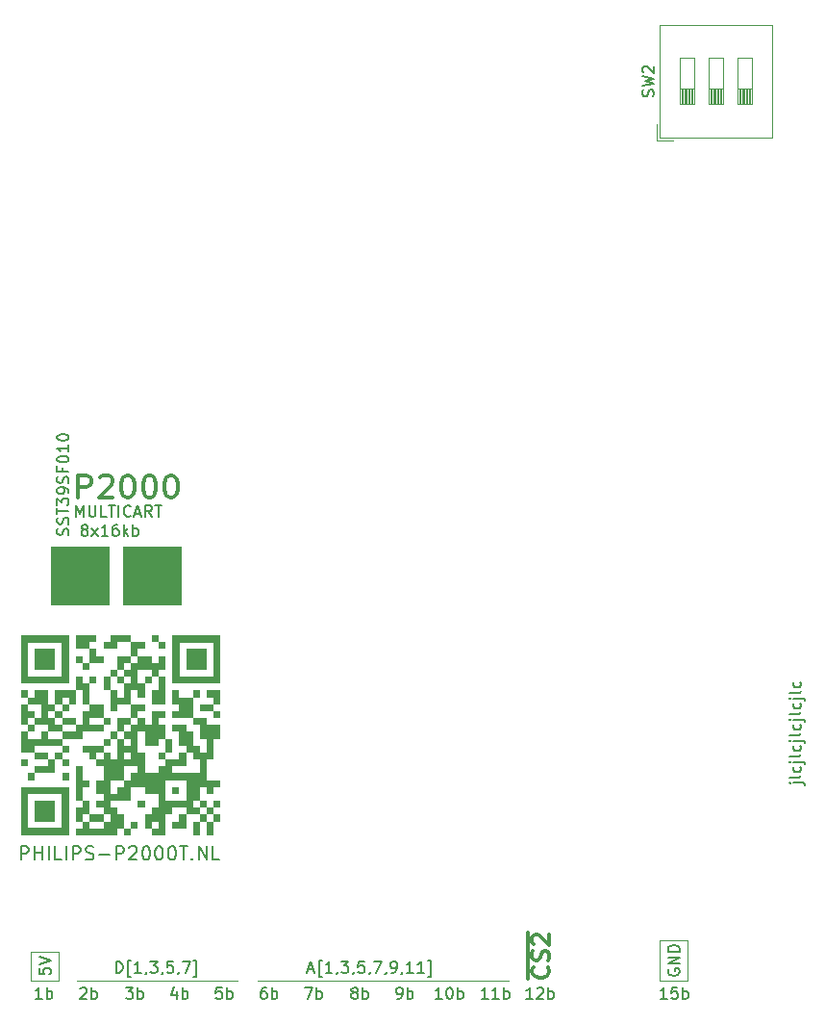
<source format=gbr>
G04 #@! TF.GenerationSoftware,KiCad,Pcbnew,8.0.2*
G04 #@! TF.CreationDate,2025-01-06T09:06:17+01:00*
G04 #@! TF.ProjectId,multicartridge-sst39sf010,6d756c74-6963-4617-9274-72696467652d,rev?*
G04 #@! TF.SameCoordinates,Original*
G04 #@! TF.FileFunction,Legend,Top*
G04 #@! TF.FilePolarity,Positive*
%FSLAX46Y46*%
G04 Gerber Fmt 4.6, Leading zero omitted, Abs format (unit mm)*
G04 Created by KiCad (PCBNEW 8.0.2) date 2025-01-06 09:06:17*
%MOMM*%
%LPD*%
G01*
G04 APERTURE LIST*
%ADD10C,0.120000*%
%ADD11C,0.150000*%
%ADD12C,0.300000*%
%ADD13C,0.200000*%
%ADD14C,0.000000*%
%ADD15R,1.600000X1.600000*%
%ADD16O,1.600000X1.600000*%
%ADD17C,1.600000*%
%ADD18R,1.422400X1.422400*%
%ADD19C,1.422400*%
%ADD20R,2.000000X10.000000*%
G04 APERTURE END LIST*
D10*
X54214000Y-128905000D02*
X54214000Y-131445000D01*
X109586000Y-131445000D02*
X111999000Y-131445000D01*
X109586000Y-127889000D02*
X109586000Y-131445000D01*
X74153000Y-131445000D02*
X96251000Y-131445000D01*
X58278000Y-131445000D02*
X72375000Y-131445000D01*
X111999000Y-131445000D02*
X111999000Y-127889000D01*
X56627000Y-131445000D02*
X56627000Y-128905000D01*
X62367000Y-93265000D02*
X67447000Y-93265000D01*
X67447000Y-98345000D01*
X62367000Y-98345000D01*
X62367000Y-93265000D01*
G36*
X62367000Y-93265000D02*
G01*
X67447000Y-93265000D01*
X67447000Y-98345000D01*
X62367000Y-98345000D01*
X62367000Y-93265000D01*
G37*
X111999000Y-127889000D02*
X109586000Y-127889000D01*
X54214000Y-131445000D02*
X56627000Y-131445000D01*
X56017000Y-93265000D02*
X61097000Y-93265000D01*
X61097000Y-98345000D01*
X56017000Y-98345000D01*
X56017000Y-93265000D01*
G36*
X56017000Y-93265000D02*
G01*
X61097000Y-93265000D01*
X61097000Y-98345000D01*
X56017000Y-98345000D01*
X56017000Y-93265000D01*
G37*
X56627000Y-128905000D02*
X54214000Y-128905000D01*
D11*
X86464143Y-133042819D02*
X86654619Y-133042819D01*
X86654619Y-133042819D02*
X86749857Y-132995200D01*
X86749857Y-132995200D02*
X86797476Y-132947580D01*
X86797476Y-132947580D02*
X86892714Y-132804723D01*
X86892714Y-132804723D02*
X86940333Y-132614247D01*
X86940333Y-132614247D02*
X86940333Y-132233295D01*
X86940333Y-132233295D02*
X86892714Y-132138057D01*
X86892714Y-132138057D02*
X86845095Y-132090438D01*
X86845095Y-132090438D02*
X86749857Y-132042819D01*
X86749857Y-132042819D02*
X86559381Y-132042819D01*
X86559381Y-132042819D02*
X86464143Y-132090438D01*
X86464143Y-132090438D02*
X86416524Y-132138057D01*
X86416524Y-132138057D02*
X86368905Y-132233295D01*
X86368905Y-132233295D02*
X86368905Y-132471390D01*
X86368905Y-132471390D02*
X86416524Y-132566628D01*
X86416524Y-132566628D02*
X86464143Y-132614247D01*
X86464143Y-132614247D02*
X86559381Y-132661866D01*
X86559381Y-132661866D02*
X86749857Y-132661866D01*
X86749857Y-132661866D02*
X86845095Y-132614247D01*
X86845095Y-132614247D02*
X86892714Y-132566628D01*
X86892714Y-132566628D02*
X86940333Y-132471390D01*
X87368905Y-133042819D02*
X87368905Y-132042819D01*
X87368905Y-132423771D02*
X87464143Y-132376152D01*
X87464143Y-132376152D02*
X87654619Y-132376152D01*
X87654619Y-132376152D02*
X87749857Y-132423771D01*
X87749857Y-132423771D02*
X87797476Y-132471390D01*
X87797476Y-132471390D02*
X87845095Y-132566628D01*
X87845095Y-132566628D02*
X87845095Y-132852342D01*
X87845095Y-132852342D02*
X87797476Y-132947580D01*
X87797476Y-132947580D02*
X87749857Y-132995200D01*
X87749857Y-132995200D02*
X87654619Y-133042819D01*
X87654619Y-133042819D02*
X87464143Y-133042819D01*
X87464143Y-133042819D02*
X87368905Y-132995200D01*
X74907095Y-132042819D02*
X74716619Y-132042819D01*
X74716619Y-132042819D02*
X74621381Y-132090438D01*
X74621381Y-132090438D02*
X74573762Y-132138057D01*
X74573762Y-132138057D02*
X74478524Y-132280914D01*
X74478524Y-132280914D02*
X74430905Y-132471390D01*
X74430905Y-132471390D02*
X74430905Y-132852342D01*
X74430905Y-132852342D02*
X74478524Y-132947580D01*
X74478524Y-132947580D02*
X74526143Y-132995200D01*
X74526143Y-132995200D02*
X74621381Y-133042819D01*
X74621381Y-133042819D02*
X74811857Y-133042819D01*
X74811857Y-133042819D02*
X74907095Y-132995200D01*
X74907095Y-132995200D02*
X74954714Y-132947580D01*
X74954714Y-132947580D02*
X75002333Y-132852342D01*
X75002333Y-132852342D02*
X75002333Y-132614247D01*
X75002333Y-132614247D02*
X74954714Y-132519009D01*
X74954714Y-132519009D02*
X74907095Y-132471390D01*
X74907095Y-132471390D02*
X74811857Y-132423771D01*
X74811857Y-132423771D02*
X74621381Y-132423771D01*
X74621381Y-132423771D02*
X74526143Y-132471390D01*
X74526143Y-132471390D02*
X74478524Y-132519009D01*
X74478524Y-132519009D02*
X74430905Y-132614247D01*
X75430905Y-133042819D02*
X75430905Y-132042819D01*
X75430905Y-132423771D02*
X75526143Y-132376152D01*
X75526143Y-132376152D02*
X75716619Y-132376152D01*
X75716619Y-132376152D02*
X75811857Y-132423771D01*
X75811857Y-132423771D02*
X75859476Y-132471390D01*
X75859476Y-132471390D02*
X75907095Y-132566628D01*
X75907095Y-132566628D02*
X75907095Y-132852342D01*
X75907095Y-132852342D02*
X75859476Y-132947580D01*
X75859476Y-132947580D02*
X75811857Y-132995200D01*
X75811857Y-132995200D02*
X75716619Y-133042819D01*
X75716619Y-133042819D02*
X75526143Y-133042819D01*
X75526143Y-133042819D02*
X75430905Y-132995200D01*
X82622381Y-132471390D02*
X82527143Y-132423771D01*
X82527143Y-132423771D02*
X82479524Y-132376152D01*
X82479524Y-132376152D02*
X82431905Y-132280914D01*
X82431905Y-132280914D02*
X82431905Y-132233295D01*
X82431905Y-132233295D02*
X82479524Y-132138057D01*
X82479524Y-132138057D02*
X82527143Y-132090438D01*
X82527143Y-132090438D02*
X82622381Y-132042819D01*
X82622381Y-132042819D02*
X82812857Y-132042819D01*
X82812857Y-132042819D02*
X82908095Y-132090438D01*
X82908095Y-132090438D02*
X82955714Y-132138057D01*
X82955714Y-132138057D02*
X83003333Y-132233295D01*
X83003333Y-132233295D02*
X83003333Y-132280914D01*
X83003333Y-132280914D02*
X82955714Y-132376152D01*
X82955714Y-132376152D02*
X82908095Y-132423771D01*
X82908095Y-132423771D02*
X82812857Y-132471390D01*
X82812857Y-132471390D02*
X82622381Y-132471390D01*
X82622381Y-132471390D02*
X82527143Y-132519009D01*
X82527143Y-132519009D02*
X82479524Y-132566628D01*
X82479524Y-132566628D02*
X82431905Y-132661866D01*
X82431905Y-132661866D02*
X82431905Y-132852342D01*
X82431905Y-132852342D02*
X82479524Y-132947580D01*
X82479524Y-132947580D02*
X82527143Y-132995200D01*
X82527143Y-132995200D02*
X82622381Y-133042819D01*
X82622381Y-133042819D02*
X82812857Y-133042819D01*
X82812857Y-133042819D02*
X82908095Y-132995200D01*
X82908095Y-132995200D02*
X82955714Y-132947580D01*
X82955714Y-132947580D02*
X83003333Y-132852342D01*
X83003333Y-132852342D02*
X83003333Y-132661866D01*
X83003333Y-132661866D02*
X82955714Y-132566628D01*
X82955714Y-132566628D02*
X82908095Y-132519009D01*
X82908095Y-132519009D02*
X82812857Y-132471390D01*
X83431905Y-133042819D02*
X83431905Y-132042819D01*
X83431905Y-132423771D02*
X83527143Y-132376152D01*
X83527143Y-132376152D02*
X83717619Y-132376152D01*
X83717619Y-132376152D02*
X83812857Y-132423771D01*
X83812857Y-132423771D02*
X83860476Y-132471390D01*
X83860476Y-132471390D02*
X83908095Y-132566628D01*
X83908095Y-132566628D02*
X83908095Y-132852342D01*
X83908095Y-132852342D02*
X83860476Y-132947580D01*
X83860476Y-132947580D02*
X83812857Y-132995200D01*
X83812857Y-132995200D02*
X83717619Y-133042819D01*
X83717619Y-133042819D02*
X83527143Y-133042819D01*
X83527143Y-133042819D02*
X83431905Y-132995200D01*
X67033095Y-132376152D02*
X67033095Y-133042819D01*
X66795000Y-131995200D02*
X66556905Y-132709485D01*
X66556905Y-132709485D02*
X67175952Y-132709485D01*
X67556905Y-133042819D02*
X67556905Y-132042819D01*
X67556905Y-132423771D02*
X67652143Y-132376152D01*
X67652143Y-132376152D02*
X67842619Y-132376152D01*
X67842619Y-132376152D02*
X67937857Y-132423771D01*
X67937857Y-132423771D02*
X67985476Y-132471390D01*
X67985476Y-132471390D02*
X68033095Y-132566628D01*
X68033095Y-132566628D02*
X68033095Y-132852342D01*
X68033095Y-132852342D02*
X67985476Y-132947580D01*
X67985476Y-132947580D02*
X67937857Y-132995200D01*
X67937857Y-132995200D02*
X67842619Y-133042819D01*
X67842619Y-133042819D02*
X67652143Y-133042819D01*
X67652143Y-133042819D02*
X67556905Y-132995200D01*
X55190333Y-133042819D02*
X54618905Y-133042819D01*
X54904619Y-133042819D02*
X54904619Y-132042819D01*
X54904619Y-132042819D02*
X54809381Y-132185676D01*
X54809381Y-132185676D02*
X54714143Y-132280914D01*
X54714143Y-132280914D02*
X54618905Y-132328533D01*
X55618905Y-133042819D02*
X55618905Y-132042819D01*
X55618905Y-132423771D02*
X55714143Y-132376152D01*
X55714143Y-132376152D02*
X55904619Y-132376152D01*
X55904619Y-132376152D02*
X55999857Y-132423771D01*
X55999857Y-132423771D02*
X56047476Y-132471390D01*
X56047476Y-132471390D02*
X56095095Y-132566628D01*
X56095095Y-132566628D02*
X56095095Y-132852342D01*
X56095095Y-132852342D02*
X56047476Y-132947580D01*
X56047476Y-132947580D02*
X55999857Y-132995200D01*
X55999857Y-132995200D02*
X55904619Y-133042819D01*
X55904619Y-133042819D02*
X55714143Y-133042819D01*
X55714143Y-133042819D02*
X55618905Y-132995200D01*
X58555905Y-132138057D02*
X58603524Y-132090438D01*
X58603524Y-132090438D02*
X58698762Y-132042819D01*
X58698762Y-132042819D02*
X58936857Y-132042819D01*
X58936857Y-132042819D02*
X59032095Y-132090438D01*
X59032095Y-132090438D02*
X59079714Y-132138057D01*
X59079714Y-132138057D02*
X59127333Y-132233295D01*
X59127333Y-132233295D02*
X59127333Y-132328533D01*
X59127333Y-132328533D02*
X59079714Y-132471390D01*
X59079714Y-132471390D02*
X58508286Y-133042819D01*
X58508286Y-133042819D02*
X59127333Y-133042819D01*
X59555905Y-133042819D02*
X59555905Y-132042819D01*
X59555905Y-132423771D02*
X59651143Y-132376152D01*
X59651143Y-132376152D02*
X59841619Y-132376152D01*
X59841619Y-132376152D02*
X59936857Y-132423771D01*
X59936857Y-132423771D02*
X59984476Y-132471390D01*
X59984476Y-132471390D02*
X60032095Y-132566628D01*
X60032095Y-132566628D02*
X60032095Y-132852342D01*
X60032095Y-132852342D02*
X59984476Y-132947580D01*
X59984476Y-132947580D02*
X59936857Y-132995200D01*
X59936857Y-132995200D02*
X59841619Y-133042819D01*
X59841619Y-133042819D02*
X59651143Y-133042819D01*
X59651143Y-133042819D02*
X59555905Y-132995200D01*
X71017714Y-132042819D02*
X70541524Y-132042819D01*
X70541524Y-132042819D02*
X70493905Y-132519009D01*
X70493905Y-132519009D02*
X70541524Y-132471390D01*
X70541524Y-132471390D02*
X70636762Y-132423771D01*
X70636762Y-132423771D02*
X70874857Y-132423771D01*
X70874857Y-132423771D02*
X70970095Y-132471390D01*
X70970095Y-132471390D02*
X71017714Y-132519009D01*
X71017714Y-132519009D02*
X71065333Y-132614247D01*
X71065333Y-132614247D02*
X71065333Y-132852342D01*
X71065333Y-132852342D02*
X71017714Y-132947580D01*
X71017714Y-132947580D02*
X70970095Y-132995200D01*
X70970095Y-132995200D02*
X70874857Y-133042819D01*
X70874857Y-133042819D02*
X70636762Y-133042819D01*
X70636762Y-133042819D02*
X70541524Y-132995200D01*
X70541524Y-132995200D02*
X70493905Y-132947580D01*
X71493905Y-133042819D02*
X71493905Y-132042819D01*
X71493905Y-132423771D02*
X71589143Y-132376152D01*
X71589143Y-132376152D02*
X71779619Y-132376152D01*
X71779619Y-132376152D02*
X71874857Y-132423771D01*
X71874857Y-132423771D02*
X71922476Y-132471390D01*
X71922476Y-132471390D02*
X71970095Y-132566628D01*
X71970095Y-132566628D02*
X71970095Y-132852342D01*
X71970095Y-132852342D02*
X71922476Y-132947580D01*
X71922476Y-132947580D02*
X71874857Y-132995200D01*
X71874857Y-132995200D02*
X71779619Y-133042819D01*
X71779619Y-133042819D02*
X71589143Y-133042819D01*
X71589143Y-133042819D02*
X71493905Y-132995200D01*
X78320286Y-132042819D02*
X78986952Y-132042819D01*
X78986952Y-132042819D02*
X78558381Y-133042819D01*
X79367905Y-133042819D02*
X79367905Y-132042819D01*
X79367905Y-132423771D02*
X79463143Y-132376152D01*
X79463143Y-132376152D02*
X79653619Y-132376152D01*
X79653619Y-132376152D02*
X79748857Y-132423771D01*
X79748857Y-132423771D02*
X79796476Y-132471390D01*
X79796476Y-132471390D02*
X79844095Y-132566628D01*
X79844095Y-132566628D02*
X79844095Y-132852342D01*
X79844095Y-132852342D02*
X79796476Y-132947580D01*
X79796476Y-132947580D02*
X79748857Y-132995200D01*
X79748857Y-132995200D02*
X79653619Y-133042819D01*
X79653619Y-133042819D02*
X79463143Y-133042819D01*
X79463143Y-133042819D02*
X79367905Y-132995200D01*
X94465142Y-133042819D02*
X93893714Y-133042819D01*
X94179428Y-133042819D02*
X94179428Y-132042819D01*
X94179428Y-132042819D02*
X94084190Y-132185676D01*
X94084190Y-132185676D02*
X93988952Y-132280914D01*
X93988952Y-132280914D02*
X93893714Y-132328533D01*
X95417523Y-133042819D02*
X94846095Y-133042819D01*
X95131809Y-133042819D02*
X95131809Y-132042819D01*
X95131809Y-132042819D02*
X95036571Y-132185676D01*
X95036571Y-132185676D02*
X94941333Y-132280914D01*
X94941333Y-132280914D02*
X94846095Y-132328533D01*
X95846095Y-133042819D02*
X95846095Y-132042819D01*
X95846095Y-132423771D02*
X95941333Y-132376152D01*
X95941333Y-132376152D02*
X96131809Y-132376152D01*
X96131809Y-132376152D02*
X96227047Y-132423771D01*
X96227047Y-132423771D02*
X96274666Y-132471390D01*
X96274666Y-132471390D02*
X96322285Y-132566628D01*
X96322285Y-132566628D02*
X96322285Y-132852342D01*
X96322285Y-132852342D02*
X96274666Y-132947580D01*
X96274666Y-132947580D02*
X96227047Y-132995200D01*
X96227047Y-132995200D02*
X96131809Y-133042819D01*
X96131809Y-133042819D02*
X95941333Y-133042819D01*
X95941333Y-133042819D02*
X95846095Y-132995200D01*
X98402142Y-133042819D02*
X97830714Y-133042819D01*
X98116428Y-133042819D02*
X98116428Y-132042819D01*
X98116428Y-132042819D02*
X98021190Y-132185676D01*
X98021190Y-132185676D02*
X97925952Y-132280914D01*
X97925952Y-132280914D02*
X97830714Y-132328533D01*
X98783095Y-132138057D02*
X98830714Y-132090438D01*
X98830714Y-132090438D02*
X98925952Y-132042819D01*
X98925952Y-132042819D02*
X99164047Y-132042819D01*
X99164047Y-132042819D02*
X99259285Y-132090438D01*
X99259285Y-132090438D02*
X99306904Y-132138057D01*
X99306904Y-132138057D02*
X99354523Y-132233295D01*
X99354523Y-132233295D02*
X99354523Y-132328533D01*
X99354523Y-132328533D02*
X99306904Y-132471390D01*
X99306904Y-132471390D02*
X98735476Y-133042819D01*
X98735476Y-133042819D02*
X99354523Y-133042819D01*
X99783095Y-133042819D02*
X99783095Y-132042819D01*
X99783095Y-132423771D02*
X99878333Y-132376152D01*
X99878333Y-132376152D02*
X100068809Y-132376152D01*
X100068809Y-132376152D02*
X100164047Y-132423771D01*
X100164047Y-132423771D02*
X100211666Y-132471390D01*
X100211666Y-132471390D02*
X100259285Y-132566628D01*
X100259285Y-132566628D02*
X100259285Y-132852342D01*
X100259285Y-132852342D02*
X100211666Y-132947580D01*
X100211666Y-132947580D02*
X100164047Y-132995200D01*
X100164047Y-132995200D02*
X100068809Y-133042819D01*
X100068809Y-133042819D02*
X99878333Y-133042819D01*
X99878333Y-133042819D02*
X99783095Y-132995200D01*
X110213142Y-133042819D02*
X109641714Y-133042819D01*
X109927428Y-133042819D02*
X109927428Y-132042819D01*
X109927428Y-132042819D02*
X109832190Y-132185676D01*
X109832190Y-132185676D02*
X109736952Y-132280914D01*
X109736952Y-132280914D02*
X109641714Y-132328533D01*
X111117904Y-132042819D02*
X110641714Y-132042819D01*
X110641714Y-132042819D02*
X110594095Y-132519009D01*
X110594095Y-132519009D02*
X110641714Y-132471390D01*
X110641714Y-132471390D02*
X110736952Y-132423771D01*
X110736952Y-132423771D02*
X110975047Y-132423771D01*
X110975047Y-132423771D02*
X111070285Y-132471390D01*
X111070285Y-132471390D02*
X111117904Y-132519009D01*
X111117904Y-132519009D02*
X111165523Y-132614247D01*
X111165523Y-132614247D02*
X111165523Y-132852342D01*
X111165523Y-132852342D02*
X111117904Y-132947580D01*
X111117904Y-132947580D02*
X111070285Y-132995200D01*
X111070285Y-132995200D02*
X110975047Y-133042819D01*
X110975047Y-133042819D02*
X110736952Y-133042819D01*
X110736952Y-133042819D02*
X110641714Y-132995200D01*
X110641714Y-132995200D02*
X110594095Y-132947580D01*
X111594095Y-133042819D02*
X111594095Y-132042819D01*
X111594095Y-132423771D02*
X111689333Y-132376152D01*
X111689333Y-132376152D02*
X111879809Y-132376152D01*
X111879809Y-132376152D02*
X111975047Y-132423771D01*
X111975047Y-132423771D02*
X112022666Y-132471390D01*
X112022666Y-132471390D02*
X112070285Y-132566628D01*
X112070285Y-132566628D02*
X112070285Y-132852342D01*
X112070285Y-132852342D02*
X112022666Y-132947580D01*
X112022666Y-132947580D02*
X111975047Y-132995200D01*
X111975047Y-132995200D02*
X111879809Y-133042819D01*
X111879809Y-133042819D02*
X111689333Y-133042819D01*
X111689333Y-133042819D02*
X111594095Y-132995200D01*
X62572286Y-132042819D02*
X63191333Y-132042819D01*
X63191333Y-132042819D02*
X62858000Y-132423771D01*
X62858000Y-132423771D02*
X63000857Y-132423771D01*
X63000857Y-132423771D02*
X63096095Y-132471390D01*
X63096095Y-132471390D02*
X63143714Y-132519009D01*
X63143714Y-132519009D02*
X63191333Y-132614247D01*
X63191333Y-132614247D02*
X63191333Y-132852342D01*
X63191333Y-132852342D02*
X63143714Y-132947580D01*
X63143714Y-132947580D02*
X63096095Y-132995200D01*
X63096095Y-132995200D02*
X63000857Y-133042819D01*
X63000857Y-133042819D02*
X62715143Y-133042819D01*
X62715143Y-133042819D02*
X62619905Y-132995200D01*
X62619905Y-132995200D02*
X62572286Y-132947580D01*
X63619905Y-133042819D02*
X63619905Y-132042819D01*
X63619905Y-132423771D02*
X63715143Y-132376152D01*
X63715143Y-132376152D02*
X63905619Y-132376152D01*
X63905619Y-132376152D02*
X64000857Y-132423771D01*
X64000857Y-132423771D02*
X64048476Y-132471390D01*
X64048476Y-132471390D02*
X64096095Y-132566628D01*
X64096095Y-132566628D02*
X64096095Y-132852342D01*
X64096095Y-132852342D02*
X64048476Y-132947580D01*
X64048476Y-132947580D02*
X64000857Y-132995200D01*
X64000857Y-132995200D02*
X63905619Y-133042819D01*
X63905619Y-133042819D02*
X63715143Y-133042819D01*
X63715143Y-133042819D02*
X63619905Y-132995200D01*
X90401142Y-133042819D02*
X89829714Y-133042819D01*
X90115428Y-133042819D02*
X90115428Y-132042819D01*
X90115428Y-132042819D02*
X90020190Y-132185676D01*
X90020190Y-132185676D02*
X89924952Y-132280914D01*
X89924952Y-132280914D02*
X89829714Y-132328533D01*
X91020190Y-132042819D02*
X91115428Y-132042819D01*
X91115428Y-132042819D02*
X91210666Y-132090438D01*
X91210666Y-132090438D02*
X91258285Y-132138057D01*
X91258285Y-132138057D02*
X91305904Y-132233295D01*
X91305904Y-132233295D02*
X91353523Y-132423771D01*
X91353523Y-132423771D02*
X91353523Y-132661866D01*
X91353523Y-132661866D02*
X91305904Y-132852342D01*
X91305904Y-132852342D02*
X91258285Y-132947580D01*
X91258285Y-132947580D02*
X91210666Y-132995200D01*
X91210666Y-132995200D02*
X91115428Y-133042819D01*
X91115428Y-133042819D02*
X91020190Y-133042819D01*
X91020190Y-133042819D02*
X90924952Y-132995200D01*
X90924952Y-132995200D02*
X90877333Y-132947580D01*
X90877333Y-132947580D02*
X90829714Y-132852342D01*
X90829714Y-132852342D02*
X90782095Y-132661866D01*
X90782095Y-132661866D02*
X90782095Y-132423771D01*
X90782095Y-132423771D02*
X90829714Y-132233295D01*
X90829714Y-132233295D02*
X90877333Y-132138057D01*
X90877333Y-132138057D02*
X90924952Y-132090438D01*
X90924952Y-132090438D02*
X91020190Y-132042819D01*
X91782095Y-133042819D02*
X91782095Y-132042819D01*
X91782095Y-132423771D02*
X91877333Y-132376152D01*
X91877333Y-132376152D02*
X92067809Y-132376152D01*
X92067809Y-132376152D02*
X92163047Y-132423771D01*
X92163047Y-132423771D02*
X92210666Y-132471390D01*
X92210666Y-132471390D02*
X92258285Y-132566628D01*
X92258285Y-132566628D02*
X92258285Y-132852342D01*
X92258285Y-132852342D02*
X92210666Y-132947580D01*
X92210666Y-132947580D02*
X92163047Y-132995200D01*
X92163047Y-132995200D02*
X92067809Y-133042819D01*
X92067809Y-133042819D02*
X91877333Y-133042819D01*
X91877333Y-133042819D02*
X91782095Y-132995200D01*
X110358438Y-130428904D02*
X110310819Y-130524142D01*
X110310819Y-130524142D02*
X110310819Y-130666999D01*
X110310819Y-130666999D02*
X110358438Y-130809856D01*
X110358438Y-130809856D02*
X110453676Y-130905094D01*
X110453676Y-130905094D02*
X110548914Y-130952713D01*
X110548914Y-130952713D02*
X110739390Y-131000332D01*
X110739390Y-131000332D02*
X110882247Y-131000332D01*
X110882247Y-131000332D02*
X111072723Y-130952713D01*
X111072723Y-130952713D02*
X111167961Y-130905094D01*
X111167961Y-130905094D02*
X111263200Y-130809856D01*
X111263200Y-130809856D02*
X111310819Y-130666999D01*
X111310819Y-130666999D02*
X111310819Y-130571761D01*
X111310819Y-130571761D02*
X111263200Y-130428904D01*
X111263200Y-130428904D02*
X111215580Y-130381285D01*
X111215580Y-130381285D02*
X110882247Y-130381285D01*
X110882247Y-130381285D02*
X110882247Y-130571761D01*
X111310819Y-129952713D02*
X110310819Y-129952713D01*
X110310819Y-129952713D02*
X111310819Y-129381285D01*
X111310819Y-129381285D02*
X110310819Y-129381285D01*
X111310819Y-128905094D02*
X110310819Y-128905094D01*
X110310819Y-128905094D02*
X110310819Y-128666999D01*
X110310819Y-128666999D02*
X110358438Y-128524142D01*
X110358438Y-128524142D02*
X110453676Y-128428904D01*
X110453676Y-128428904D02*
X110548914Y-128381285D01*
X110548914Y-128381285D02*
X110739390Y-128333666D01*
X110739390Y-128333666D02*
X110882247Y-128333666D01*
X110882247Y-128333666D02*
X111072723Y-128381285D01*
X111072723Y-128381285D02*
X111167961Y-128428904D01*
X111167961Y-128428904D02*
X111263200Y-128524142D01*
X111263200Y-128524142D02*
X111310819Y-128666999D01*
X111310819Y-128666999D02*
X111310819Y-128905094D01*
X57477400Y-92237971D02*
X57525019Y-92095114D01*
X57525019Y-92095114D02*
X57525019Y-91857019D01*
X57525019Y-91857019D02*
X57477400Y-91761781D01*
X57477400Y-91761781D02*
X57429780Y-91714162D01*
X57429780Y-91714162D02*
X57334542Y-91666543D01*
X57334542Y-91666543D02*
X57239304Y-91666543D01*
X57239304Y-91666543D02*
X57144066Y-91714162D01*
X57144066Y-91714162D02*
X57096447Y-91761781D01*
X57096447Y-91761781D02*
X57048828Y-91857019D01*
X57048828Y-91857019D02*
X57001209Y-92047495D01*
X57001209Y-92047495D02*
X56953590Y-92142733D01*
X56953590Y-92142733D02*
X56905971Y-92190352D01*
X56905971Y-92190352D02*
X56810733Y-92237971D01*
X56810733Y-92237971D02*
X56715495Y-92237971D01*
X56715495Y-92237971D02*
X56620257Y-92190352D01*
X56620257Y-92190352D02*
X56572638Y-92142733D01*
X56572638Y-92142733D02*
X56525019Y-92047495D01*
X56525019Y-92047495D02*
X56525019Y-91809400D01*
X56525019Y-91809400D02*
X56572638Y-91666543D01*
X57477400Y-91285590D02*
X57525019Y-91142733D01*
X57525019Y-91142733D02*
X57525019Y-90904638D01*
X57525019Y-90904638D02*
X57477400Y-90809400D01*
X57477400Y-90809400D02*
X57429780Y-90761781D01*
X57429780Y-90761781D02*
X57334542Y-90714162D01*
X57334542Y-90714162D02*
X57239304Y-90714162D01*
X57239304Y-90714162D02*
X57144066Y-90761781D01*
X57144066Y-90761781D02*
X57096447Y-90809400D01*
X57096447Y-90809400D02*
X57048828Y-90904638D01*
X57048828Y-90904638D02*
X57001209Y-91095114D01*
X57001209Y-91095114D02*
X56953590Y-91190352D01*
X56953590Y-91190352D02*
X56905971Y-91237971D01*
X56905971Y-91237971D02*
X56810733Y-91285590D01*
X56810733Y-91285590D02*
X56715495Y-91285590D01*
X56715495Y-91285590D02*
X56620257Y-91237971D01*
X56620257Y-91237971D02*
X56572638Y-91190352D01*
X56572638Y-91190352D02*
X56525019Y-91095114D01*
X56525019Y-91095114D02*
X56525019Y-90857019D01*
X56525019Y-90857019D02*
X56572638Y-90714162D01*
X56525019Y-90428447D02*
X56525019Y-89857019D01*
X57525019Y-90142733D02*
X56525019Y-90142733D01*
X56525019Y-89618923D02*
X56525019Y-88999876D01*
X56525019Y-88999876D02*
X56905971Y-89333209D01*
X56905971Y-89333209D02*
X56905971Y-89190352D01*
X56905971Y-89190352D02*
X56953590Y-89095114D01*
X56953590Y-89095114D02*
X57001209Y-89047495D01*
X57001209Y-89047495D02*
X57096447Y-88999876D01*
X57096447Y-88999876D02*
X57334542Y-88999876D01*
X57334542Y-88999876D02*
X57429780Y-89047495D01*
X57429780Y-89047495D02*
X57477400Y-89095114D01*
X57477400Y-89095114D02*
X57525019Y-89190352D01*
X57525019Y-89190352D02*
X57525019Y-89476066D01*
X57525019Y-89476066D02*
X57477400Y-89571304D01*
X57477400Y-89571304D02*
X57429780Y-89618923D01*
X57525019Y-88523685D02*
X57525019Y-88333209D01*
X57525019Y-88333209D02*
X57477400Y-88237971D01*
X57477400Y-88237971D02*
X57429780Y-88190352D01*
X57429780Y-88190352D02*
X57286923Y-88095114D01*
X57286923Y-88095114D02*
X57096447Y-88047495D01*
X57096447Y-88047495D02*
X56715495Y-88047495D01*
X56715495Y-88047495D02*
X56620257Y-88095114D01*
X56620257Y-88095114D02*
X56572638Y-88142733D01*
X56572638Y-88142733D02*
X56525019Y-88237971D01*
X56525019Y-88237971D02*
X56525019Y-88428447D01*
X56525019Y-88428447D02*
X56572638Y-88523685D01*
X56572638Y-88523685D02*
X56620257Y-88571304D01*
X56620257Y-88571304D02*
X56715495Y-88618923D01*
X56715495Y-88618923D02*
X56953590Y-88618923D01*
X56953590Y-88618923D02*
X57048828Y-88571304D01*
X57048828Y-88571304D02*
X57096447Y-88523685D01*
X57096447Y-88523685D02*
X57144066Y-88428447D01*
X57144066Y-88428447D02*
X57144066Y-88237971D01*
X57144066Y-88237971D02*
X57096447Y-88142733D01*
X57096447Y-88142733D02*
X57048828Y-88095114D01*
X57048828Y-88095114D02*
X56953590Y-88047495D01*
X57477400Y-87666542D02*
X57525019Y-87523685D01*
X57525019Y-87523685D02*
X57525019Y-87285590D01*
X57525019Y-87285590D02*
X57477400Y-87190352D01*
X57477400Y-87190352D02*
X57429780Y-87142733D01*
X57429780Y-87142733D02*
X57334542Y-87095114D01*
X57334542Y-87095114D02*
X57239304Y-87095114D01*
X57239304Y-87095114D02*
X57144066Y-87142733D01*
X57144066Y-87142733D02*
X57096447Y-87190352D01*
X57096447Y-87190352D02*
X57048828Y-87285590D01*
X57048828Y-87285590D02*
X57001209Y-87476066D01*
X57001209Y-87476066D02*
X56953590Y-87571304D01*
X56953590Y-87571304D02*
X56905971Y-87618923D01*
X56905971Y-87618923D02*
X56810733Y-87666542D01*
X56810733Y-87666542D02*
X56715495Y-87666542D01*
X56715495Y-87666542D02*
X56620257Y-87618923D01*
X56620257Y-87618923D02*
X56572638Y-87571304D01*
X56572638Y-87571304D02*
X56525019Y-87476066D01*
X56525019Y-87476066D02*
X56525019Y-87237971D01*
X56525019Y-87237971D02*
X56572638Y-87095114D01*
X57001209Y-86333209D02*
X57001209Y-86666542D01*
X57525019Y-86666542D02*
X56525019Y-86666542D01*
X56525019Y-86666542D02*
X56525019Y-86190352D01*
X56525019Y-85618923D02*
X56525019Y-85523685D01*
X56525019Y-85523685D02*
X56572638Y-85428447D01*
X56572638Y-85428447D02*
X56620257Y-85380828D01*
X56620257Y-85380828D02*
X56715495Y-85333209D01*
X56715495Y-85333209D02*
X56905971Y-85285590D01*
X56905971Y-85285590D02*
X57144066Y-85285590D01*
X57144066Y-85285590D02*
X57334542Y-85333209D01*
X57334542Y-85333209D02*
X57429780Y-85380828D01*
X57429780Y-85380828D02*
X57477400Y-85428447D01*
X57477400Y-85428447D02*
X57525019Y-85523685D01*
X57525019Y-85523685D02*
X57525019Y-85618923D01*
X57525019Y-85618923D02*
X57477400Y-85714161D01*
X57477400Y-85714161D02*
X57429780Y-85761780D01*
X57429780Y-85761780D02*
X57334542Y-85809399D01*
X57334542Y-85809399D02*
X57144066Y-85857018D01*
X57144066Y-85857018D02*
X56905971Y-85857018D01*
X56905971Y-85857018D02*
X56715495Y-85809399D01*
X56715495Y-85809399D02*
X56620257Y-85761780D01*
X56620257Y-85761780D02*
X56572638Y-85714161D01*
X56572638Y-85714161D02*
X56525019Y-85618923D01*
X57525019Y-84333209D02*
X57525019Y-84904637D01*
X57525019Y-84618923D02*
X56525019Y-84618923D01*
X56525019Y-84618923D02*
X56667876Y-84714161D01*
X56667876Y-84714161D02*
X56763114Y-84809399D01*
X56763114Y-84809399D02*
X56810733Y-84904637D01*
X56525019Y-83714161D02*
X56525019Y-83618923D01*
X56525019Y-83618923D02*
X56572638Y-83523685D01*
X56572638Y-83523685D02*
X56620257Y-83476066D01*
X56620257Y-83476066D02*
X56715495Y-83428447D01*
X56715495Y-83428447D02*
X56905971Y-83380828D01*
X56905971Y-83380828D02*
X57144066Y-83380828D01*
X57144066Y-83380828D02*
X57334542Y-83428447D01*
X57334542Y-83428447D02*
X57429780Y-83476066D01*
X57429780Y-83476066D02*
X57477400Y-83523685D01*
X57477400Y-83523685D02*
X57525019Y-83618923D01*
X57525019Y-83618923D02*
X57525019Y-83714161D01*
X57525019Y-83714161D02*
X57477400Y-83809399D01*
X57477400Y-83809399D02*
X57429780Y-83857018D01*
X57429780Y-83857018D02*
X57334542Y-83904637D01*
X57334542Y-83904637D02*
X57144066Y-83952256D01*
X57144066Y-83952256D02*
X56905971Y-83952256D01*
X56905971Y-83952256D02*
X56715495Y-83904637D01*
X56715495Y-83904637D02*
X56620257Y-83857018D01*
X56620257Y-83857018D02*
X56572638Y-83809399D01*
X56572638Y-83809399D02*
X56525019Y-83714161D01*
X58181724Y-90641819D02*
X58181724Y-89641819D01*
X58181724Y-89641819D02*
X58515057Y-90356104D01*
X58515057Y-90356104D02*
X58848390Y-89641819D01*
X58848390Y-89641819D02*
X58848390Y-90641819D01*
X59324581Y-89641819D02*
X59324581Y-90451342D01*
X59324581Y-90451342D02*
X59372200Y-90546580D01*
X59372200Y-90546580D02*
X59419819Y-90594200D01*
X59419819Y-90594200D02*
X59515057Y-90641819D01*
X59515057Y-90641819D02*
X59705533Y-90641819D01*
X59705533Y-90641819D02*
X59800771Y-90594200D01*
X59800771Y-90594200D02*
X59848390Y-90546580D01*
X59848390Y-90546580D02*
X59896009Y-90451342D01*
X59896009Y-90451342D02*
X59896009Y-89641819D01*
X60848390Y-90641819D02*
X60372200Y-90641819D01*
X60372200Y-90641819D02*
X60372200Y-89641819D01*
X61038867Y-89641819D02*
X61610295Y-89641819D01*
X61324581Y-90641819D02*
X61324581Y-89641819D01*
X61943629Y-90641819D02*
X61943629Y-89641819D01*
X62991247Y-90546580D02*
X62943628Y-90594200D01*
X62943628Y-90594200D02*
X62800771Y-90641819D01*
X62800771Y-90641819D02*
X62705533Y-90641819D01*
X62705533Y-90641819D02*
X62562676Y-90594200D01*
X62562676Y-90594200D02*
X62467438Y-90498961D01*
X62467438Y-90498961D02*
X62419819Y-90403723D01*
X62419819Y-90403723D02*
X62372200Y-90213247D01*
X62372200Y-90213247D02*
X62372200Y-90070390D01*
X62372200Y-90070390D02*
X62419819Y-89879914D01*
X62419819Y-89879914D02*
X62467438Y-89784676D01*
X62467438Y-89784676D02*
X62562676Y-89689438D01*
X62562676Y-89689438D02*
X62705533Y-89641819D01*
X62705533Y-89641819D02*
X62800771Y-89641819D01*
X62800771Y-89641819D02*
X62943628Y-89689438D01*
X62943628Y-89689438D02*
X62991247Y-89737057D01*
X63372200Y-90356104D02*
X63848390Y-90356104D01*
X63276962Y-90641819D02*
X63610295Y-89641819D01*
X63610295Y-89641819D02*
X63943628Y-90641819D01*
X64848390Y-90641819D02*
X64515057Y-90165628D01*
X64276962Y-90641819D02*
X64276962Y-89641819D01*
X64276962Y-89641819D02*
X64657914Y-89641819D01*
X64657914Y-89641819D02*
X64753152Y-89689438D01*
X64753152Y-89689438D02*
X64800771Y-89737057D01*
X64800771Y-89737057D02*
X64848390Y-89832295D01*
X64848390Y-89832295D02*
X64848390Y-89975152D01*
X64848390Y-89975152D02*
X64800771Y-90070390D01*
X64800771Y-90070390D02*
X64753152Y-90118009D01*
X64753152Y-90118009D02*
X64657914Y-90165628D01*
X64657914Y-90165628D02*
X64276962Y-90165628D01*
X65134105Y-89641819D02*
X65705533Y-89641819D01*
X65419819Y-90641819D02*
X65419819Y-89641819D01*
D12*
X58361558Y-88971638D02*
X58361558Y-86971638D01*
X58361558Y-86971638D02*
X59123463Y-86971638D01*
X59123463Y-86971638D02*
X59313939Y-87066876D01*
X59313939Y-87066876D02*
X59409177Y-87162114D01*
X59409177Y-87162114D02*
X59504415Y-87352590D01*
X59504415Y-87352590D02*
X59504415Y-87638304D01*
X59504415Y-87638304D02*
X59409177Y-87828780D01*
X59409177Y-87828780D02*
X59313939Y-87924019D01*
X59313939Y-87924019D02*
X59123463Y-88019257D01*
X59123463Y-88019257D02*
X58361558Y-88019257D01*
X60266320Y-87162114D02*
X60361558Y-87066876D01*
X60361558Y-87066876D02*
X60552034Y-86971638D01*
X60552034Y-86971638D02*
X61028225Y-86971638D01*
X61028225Y-86971638D02*
X61218701Y-87066876D01*
X61218701Y-87066876D02*
X61313939Y-87162114D01*
X61313939Y-87162114D02*
X61409177Y-87352590D01*
X61409177Y-87352590D02*
X61409177Y-87543066D01*
X61409177Y-87543066D02*
X61313939Y-87828780D01*
X61313939Y-87828780D02*
X60171082Y-88971638D01*
X60171082Y-88971638D02*
X61409177Y-88971638D01*
X62647272Y-86971638D02*
X62837749Y-86971638D01*
X62837749Y-86971638D02*
X63028225Y-87066876D01*
X63028225Y-87066876D02*
X63123463Y-87162114D01*
X63123463Y-87162114D02*
X63218701Y-87352590D01*
X63218701Y-87352590D02*
X63313939Y-87733542D01*
X63313939Y-87733542D02*
X63313939Y-88209733D01*
X63313939Y-88209733D02*
X63218701Y-88590685D01*
X63218701Y-88590685D02*
X63123463Y-88781161D01*
X63123463Y-88781161D02*
X63028225Y-88876400D01*
X63028225Y-88876400D02*
X62837749Y-88971638D01*
X62837749Y-88971638D02*
X62647272Y-88971638D01*
X62647272Y-88971638D02*
X62456796Y-88876400D01*
X62456796Y-88876400D02*
X62361558Y-88781161D01*
X62361558Y-88781161D02*
X62266320Y-88590685D01*
X62266320Y-88590685D02*
X62171082Y-88209733D01*
X62171082Y-88209733D02*
X62171082Y-87733542D01*
X62171082Y-87733542D02*
X62266320Y-87352590D01*
X62266320Y-87352590D02*
X62361558Y-87162114D01*
X62361558Y-87162114D02*
X62456796Y-87066876D01*
X62456796Y-87066876D02*
X62647272Y-86971638D01*
X64552034Y-86971638D02*
X64742511Y-86971638D01*
X64742511Y-86971638D02*
X64932987Y-87066876D01*
X64932987Y-87066876D02*
X65028225Y-87162114D01*
X65028225Y-87162114D02*
X65123463Y-87352590D01*
X65123463Y-87352590D02*
X65218701Y-87733542D01*
X65218701Y-87733542D02*
X65218701Y-88209733D01*
X65218701Y-88209733D02*
X65123463Y-88590685D01*
X65123463Y-88590685D02*
X65028225Y-88781161D01*
X65028225Y-88781161D02*
X64932987Y-88876400D01*
X64932987Y-88876400D02*
X64742511Y-88971638D01*
X64742511Y-88971638D02*
X64552034Y-88971638D01*
X64552034Y-88971638D02*
X64361558Y-88876400D01*
X64361558Y-88876400D02*
X64266320Y-88781161D01*
X64266320Y-88781161D02*
X64171082Y-88590685D01*
X64171082Y-88590685D02*
X64075844Y-88209733D01*
X64075844Y-88209733D02*
X64075844Y-87733542D01*
X64075844Y-87733542D02*
X64171082Y-87352590D01*
X64171082Y-87352590D02*
X64266320Y-87162114D01*
X64266320Y-87162114D02*
X64361558Y-87066876D01*
X64361558Y-87066876D02*
X64552034Y-86971638D01*
X66456796Y-86971638D02*
X66647273Y-86971638D01*
X66647273Y-86971638D02*
X66837749Y-87066876D01*
X66837749Y-87066876D02*
X66932987Y-87162114D01*
X66932987Y-87162114D02*
X67028225Y-87352590D01*
X67028225Y-87352590D02*
X67123463Y-87733542D01*
X67123463Y-87733542D02*
X67123463Y-88209733D01*
X67123463Y-88209733D02*
X67028225Y-88590685D01*
X67028225Y-88590685D02*
X66932987Y-88781161D01*
X66932987Y-88781161D02*
X66837749Y-88876400D01*
X66837749Y-88876400D02*
X66647273Y-88971638D01*
X66647273Y-88971638D02*
X66456796Y-88971638D01*
X66456796Y-88971638D02*
X66266320Y-88876400D01*
X66266320Y-88876400D02*
X66171082Y-88781161D01*
X66171082Y-88781161D02*
X66075844Y-88590685D01*
X66075844Y-88590685D02*
X65980606Y-88209733D01*
X65980606Y-88209733D02*
X65980606Y-87733542D01*
X65980606Y-87733542D02*
X66075844Y-87352590D01*
X66075844Y-87352590D02*
X66171082Y-87162114D01*
X66171082Y-87162114D02*
X66266320Y-87066876D01*
X66266320Y-87066876D02*
X66456796Y-86971638D01*
D11*
X58851476Y-91746790D02*
X58756238Y-91699171D01*
X58756238Y-91699171D02*
X58708619Y-91651552D01*
X58708619Y-91651552D02*
X58661000Y-91556314D01*
X58661000Y-91556314D02*
X58661000Y-91508695D01*
X58661000Y-91508695D02*
X58708619Y-91413457D01*
X58708619Y-91413457D02*
X58756238Y-91365838D01*
X58756238Y-91365838D02*
X58851476Y-91318219D01*
X58851476Y-91318219D02*
X59041952Y-91318219D01*
X59041952Y-91318219D02*
X59137190Y-91365838D01*
X59137190Y-91365838D02*
X59184809Y-91413457D01*
X59184809Y-91413457D02*
X59232428Y-91508695D01*
X59232428Y-91508695D02*
X59232428Y-91556314D01*
X59232428Y-91556314D02*
X59184809Y-91651552D01*
X59184809Y-91651552D02*
X59137190Y-91699171D01*
X59137190Y-91699171D02*
X59041952Y-91746790D01*
X59041952Y-91746790D02*
X58851476Y-91746790D01*
X58851476Y-91746790D02*
X58756238Y-91794409D01*
X58756238Y-91794409D02*
X58708619Y-91842028D01*
X58708619Y-91842028D02*
X58661000Y-91937266D01*
X58661000Y-91937266D02*
X58661000Y-92127742D01*
X58661000Y-92127742D02*
X58708619Y-92222980D01*
X58708619Y-92222980D02*
X58756238Y-92270600D01*
X58756238Y-92270600D02*
X58851476Y-92318219D01*
X58851476Y-92318219D02*
X59041952Y-92318219D01*
X59041952Y-92318219D02*
X59137190Y-92270600D01*
X59137190Y-92270600D02*
X59184809Y-92222980D01*
X59184809Y-92222980D02*
X59232428Y-92127742D01*
X59232428Y-92127742D02*
X59232428Y-91937266D01*
X59232428Y-91937266D02*
X59184809Y-91842028D01*
X59184809Y-91842028D02*
X59137190Y-91794409D01*
X59137190Y-91794409D02*
X59041952Y-91746790D01*
X59565762Y-92318219D02*
X60089571Y-91651552D01*
X59565762Y-91651552D02*
X60089571Y-92318219D01*
X60994333Y-92318219D02*
X60422905Y-92318219D01*
X60708619Y-92318219D02*
X60708619Y-91318219D01*
X60708619Y-91318219D02*
X60613381Y-91461076D01*
X60613381Y-91461076D02*
X60518143Y-91556314D01*
X60518143Y-91556314D02*
X60422905Y-91603933D01*
X61851476Y-91318219D02*
X61661000Y-91318219D01*
X61661000Y-91318219D02*
X61565762Y-91365838D01*
X61565762Y-91365838D02*
X61518143Y-91413457D01*
X61518143Y-91413457D02*
X61422905Y-91556314D01*
X61422905Y-91556314D02*
X61375286Y-91746790D01*
X61375286Y-91746790D02*
X61375286Y-92127742D01*
X61375286Y-92127742D02*
X61422905Y-92222980D01*
X61422905Y-92222980D02*
X61470524Y-92270600D01*
X61470524Y-92270600D02*
X61565762Y-92318219D01*
X61565762Y-92318219D02*
X61756238Y-92318219D01*
X61756238Y-92318219D02*
X61851476Y-92270600D01*
X61851476Y-92270600D02*
X61899095Y-92222980D01*
X61899095Y-92222980D02*
X61946714Y-92127742D01*
X61946714Y-92127742D02*
X61946714Y-91889647D01*
X61946714Y-91889647D02*
X61899095Y-91794409D01*
X61899095Y-91794409D02*
X61851476Y-91746790D01*
X61851476Y-91746790D02*
X61756238Y-91699171D01*
X61756238Y-91699171D02*
X61565762Y-91699171D01*
X61565762Y-91699171D02*
X61470524Y-91746790D01*
X61470524Y-91746790D02*
X61422905Y-91794409D01*
X61422905Y-91794409D02*
X61375286Y-91889647D01*
X62375286Y-92318219D02*
X62375286Y-91318219D01*
X62470524Y-91937266D02*
X62756238Y-92318219D01*
X62756238Y-91651552D02*
X62375286Y-92032504D01*
X63184810Y-92318219D02*
X63184810Y-91318219D01*
X63184810Y-91699171D02*
X63280048Y-91651552D01*
X63280048Y-91651552D02*
X63470524Y-91651552D01*
X63470524Y-91651552D02*
X63565762Y-91699171D01*
X63565762Y-91699171D02*
X63613381Y-91746790D01*
X63613381Y-91746790D02*
X63661000Y-91842028D01*
X63661000Y-91842028D02*
X63661000Y-92127742D01*
X63661000Y-92127742D02*
X63613381Y-92222980D01*
X63613381Y-92222980D02*
X63565762Y-92270600D01*
X63565762Y-92270600D02*
X63470524Y-92318219D01*
X63470524Y-92318219D02*
X63280048Y-92318219D01*
X63280048Y-92318219D02*
X63184810Y-92270600D01*
X78630429Y-130471104D02*
X79106619Y-130471104D01*
X78535191Y-130756819D02*
X78868524Y-129756819D01*
X78868524Y-129756819D02*
X79201857Y-130756819D01*
X79820905Y-131090152D02*
X79582810Y-131090152D01*
X79582810Y-131090152D02*
X79582810Y-129661580D01*
X79582810Y-129661580D02*
X79820905Y-129661580D01*
X80725667Y-130756819D02*
X80154239Y-130756819D01*
X80439953Y-130756819D02*
X80439953Y-129756819D01*
X80439953Y-129756819D02*
X80344715Y-129899676D01*
X80344715Y-129899676D02*
X80249477Y-129994914D01*
X80249477Y-129994914D02*
X80154239Y-130042533D01*
X81201858Y-130709200D02*
X81201858Y-130756819D01*
X81201858Y-130756819D02*
X81154239Y-130852057D01*
X81154239Y-130852057D02*
X81106620Y-130899676D01*
X81535191Y-129756819D02*
X82154238Y-129756819D01*
X82154238Y-129756819D02*
X81820905Y-130137771D01*
X81820905Y-130137771D02*
X81963762Y-130137771D01*
X81963762Y-130137771D02*
X82059000Y-130185390D01*
X82059000Y-130185390D02*
X82106619Y-130233009D01*
X82106619Y-130233009D02*
X82154238Y-130328247D01*
X82154238Y-130328247D02*
X82154238Y-130566342D01*
X82154238Y-130566342D02*
X82106619Y-130661580D01*
X82106619Y-130661580D02*
X82059000Y-130709200D01*
X82059000Y-130709200D02*
X81963762Y-130756819D01*
X81963762Y-130756819D02*
X81678048Y-130756819D01*
X81678048Y-130756819D02*
X81582810Y-130709200D01*
X81582810Y-130709200D02*
X81535191Y-130661580D01*
X82630429Y-130709200D02*
X82630429Y-130756819D01*
X82630429Y-130756819D02*
X82582810Y-130852057D01*
X82582810Y-130852057D02*
X82535191Y-130899676D01*
X83535190Y-129756819D02*
X83059000Y-129756819D01*
X83059000Y-129756819D02*
X83011381Y-130233009D01*
X83011381Y-130233009D02*
X83059000Y-130185390D01*
X83059000Y-130185390D02*
X83154238Y-130137771D01*
X83154238Y-130137771D02*
X83392333Y-130137771D01*
X83392333Y-130137771D02*
X83487571Y-130185390D01*
X83487571Y-130185390D02*
X83535190Y-130233009D01*
X83535190Y-130233009D02*
X83582809Y-130328247D01*
X83582809Y-130328247D02*
X83582809Y-130566342D01*
X83582809Y-130566342D02*
X83535190Y-130661580D01*
X83535190Y-130661580D02*
X83487571Y-130709200D01*
X83487571Y-130709200D02*
X83392333Y-130756819D01*
X83392333Y-130756819D02*
X83154238Y-130756819D01*
X83154238Y-130756819D02*
X83059000Y-130709200D01*
X83059000Y-130709200D02*
X83011381Y-130661580D01*
X84059000Y-130709200D02*
X84059000Y-130756819D01*
X84059000Y-130756819D02*
X84011381Y-130852057D01*
X84011381Y-130852057D02*
X83963762Y-130899676D01*
X84392333Y-129756819D02*
X85058999Y-129756819D01*
X85058999Y-129756819D02*
X84630428Y-130756819D01*
X85487571Y-130709200D02*
X85487571Y-130756819D01*
X85487571Y-130756819D02*
X85439952Y-130852057D01*
X85439952Y-130852057D02*
X85392333Y-130899676D01*
X85963761Y-130756819D02*
X86154237Y-130756819D01*
X86154237Y-130756819D02*
X86249475Y-130709200D01*
X86249475Y-130709200D02*
X86297094Y-130661580D01*
X86297094Y-130661580D02*
X86392332Y-130518723D01*
X86392332Y-130518723D02*
X86439951Y-130328247D01*
X86439951Y-130328247D02*
X86439951Y-129947295D01*
X86439951Y-129947295D02*
X86392332Y-129852057D01*
X86392332Y-129852057D02*
X86344713Y-129804438D01*
X86344713Y-129804438D02*
X86249475Y-129756819D01*
X86249475Y-129756819D02*
X86058999Y-129756819D01*
X86058999Y-129756819D02*
X85963761Y-129804438D01*
X85963761Y-129804438D02*
X85916142Y-129852057D01*
X85916142Y-129852057D02*
X85868523Y-129947295D01*
X85868523Y-129947295D02*
X85868523Y-130185390D01*
X85868523Y-130185390D02*
X85916142Y-130280628D01*
X85916142Y-130280628D02*
X85963761Y-130328247D01*
X85963761Y-130328247D02*
X86058999Y-130375866D01*
X86058999Y-130375866D02*
X86249475Y-130375866D01*
X86249475Y-130375866D02*
X86344713Y-130328247D01*
X86344713Y-130328247D02*
X86392332Y-130280628D01*
X86392332Y-130280628D02*
X86439951Y-130185390D01*
X86916142Y-130709200D02*
X86916142Y-130756819D01*
X86916142Y-130756819D02*
X86868523Y-130852057D01*
X86868523Y-130852057D02*
X86820904Y-130899676D01*
X87868522Y-130756819D02*
X87297094Y-130756819D01*
X87582808Y-130756819D02*
X87582808Y-129756819D01*
X87582808Y-129756819D02*
X87487570Y-129899676D01*
X87487570Y-129899676D02*
X87392332Y-129994914D01*
X87392332Y-129994914D02*
X87297094Y-130042533D01*
X88820903Y-130756819D02*
X88249475Y-130756819D01*
X88535189Y-130756819D02*
X88535189Y-129756819D01*
X88535189Y-129756819D02*
X88439951Y-129899676D01*
X88439951Y-129899676D02*
X88344713Y-129994914D01*
X88344713Y-129994914D02*
X88249475Y-130042533D01*
X89154237Y-131090152D02*
X89392332Y-131090152D01*
X89392332Y-131090152D02*
X89392332Y-129661580D01*
X89392332Y-129661580D02*
X89154237Y-129661580D01*
X121335152Y-114049761D02*
X122192295Y-114049761D01*
X122192295Y-114049761D02*
X122287533Y-114097380D01*
X122287533Y-114097380D02*
X122335152Y-114192618D01*
X122335152Y-114192618D02*
X122335152Y-114240237D01*
X121001819Y-114049761D02*
X121049438Y-114097380D01*
X121049438Y-114097380D02*
X121097057Y-114049761D01*
X121097057Y-114049761D02*
X121049438Y-114002142D01*
X121049438Y-114002142D02*
X121001819Y-114049761D01*
X121001819Y-114049761D02*
X121097057Y-114049761D01*
X122001819Y-113430714D02*
X121954200Y-113525952D01*
X121954200Y-113525952D02*
X121858961Y-113573571D01*
X121858961Y-113573571D02*
X121001819Y-113573571D01*
X121954200Y-112621190D02*
X122001819Y-112716428D01*
X122001819Y-112716428D02*
X122001819Y-112906904D01*
X122001819Y-112906904D02*
X121954200Y-113002142D01*
X121954200Y-113002142D02*
X121906580Y-113049761D01*
X121906580Y-113049761D02*
X121811342Y-113097380D01*
X121811342Y-113097380D02*
X121525628Y-113097380D01*
X121525628Y-113097380D02*
X121430390Y-113049761D01*
X121430390Y-113049761D02*
X121382771Y-113002142D01*
X121382771Y-113002142D02*
X121335152Y-112906904D01*
X121335152Y-112906904D02*
X121335152Y-112716428D01*
X121335152Y-112716428D02*
X121382771Y-112621190D01*
X121335152Y-112192618D02*
X122192295Y-112192618D01*
X122192295Y-112192618D02*
X122287533Y-112240237D01*
X122287533Y-112240237D02*
X122335152Y-112335475D01*
X122335152Y-112335475D02*
X122335152Y-112383094D01*
X121001819Y-112192618D02*
X121049438Y-112240237D01*
X121049438Y-112240237D02*
X121097057Y-112192618D01*
X121097057Y-112192618D02*
X121049438Y-112144999D01*
X121049438Y-112144999D02*
X121001819Y-112192618D01*
X121001819Y-112192618D02*
X121097057Y-112192618D01*
X122001819Y-111573571D02*
X121954200Y-111668809D01*
X121954200Y-111668809D02*
X121858961Y-111716428D01*
X121858961Y-111716428D02*
X121001819Y-111716428D01*
X121954200Y-110764047D02*
X122001819Y-110859285D01*
X122001819Y-110859285D02*
X122001819Y-111049761D01*
X122001819Y-111049761D02*
X121954200Y-111144999D01*
X121954200Y-111144999D02*
X121906580Y-111192618D01*
X121906580Y-111192618D02*
X121811342Y-111240237D01*
X121811342Y-111240237D02*
X121525628Y-111240237D01*
X121525628Y-111240237D02*
X121430390Y-111192618D01*
X121430390Y-111192618D02*
X121382771Y-111144999D01*
X121382771Y-111144999D02*
X121335152Y-111049761D01*
X121335152Y-111049761D02*
X121335152Y-110859285D01*
X121335152Y-110859285D02*
X121382771Y-110764047D01*
X121335152Y-110335475D02*
X122192295Y-110335475D01*
X122192295Y-110335475D02*
X122287533Y-110383094D01*
X122287533Y-110383094D02*
X122335152Y-110478332D01*
X122335152Y-110478332D02*
X122335152Y-110525951D01*
X121001819Y-110335475D02*
X121049438Y-110383094D01*
X121049438Y-110383094D02*
X121097057Y-110335475D01*
X121097057Y-110335475D02*
X121049438Y-110287856D01*
X121049438Y-110287856D02*
X121001819Y-110335475D01*
X121001819Y-110335475D02*
X121097057Y-110335475D01*
X122001819Y-109716428D02*
X121954200Y-109811666D01*
X121954200Y-109811666D02*
X121858961Y-109859285D01*
X121858961Y-109859285D02*
X121001819Y-109859285D01*
X121954200Y-108906904D02*
X122001819Y-109002142D01*
X122001819Y-109002142D02*
X122001819Y-109192618D01*
X122001819Y-109192618D02*
X121954200Y-109287856D01*
X121954200Y-109287856D02*
X121906580Y-109335475D01*
X121906580Y-109335475D02*
X121811342Y-109383094D01*
X121811342Y-109383094D02*
X121525628Y-109383094D01*
X121525628Y-109383094D02*
X121430390Y-109335475D01*
X121430390Y-109335475D02*
X121382771Y-109287856D01*
X121382771Y-109287856D02*
X121335152Y-109192618D01*
X121335152Y-109192618D02*
X121335152Y-109002142D01*
X121335152Y-109002142D02*
X121382771Y-108906904D01*
X121335152Y-108478332D02*
X122192295Y-108478332D01*
X122192295Y-108478332D02*
X122287533Y-108525951D01*
X122287533Y-108525951D02*
X122335152Y-108621189D01*
X122335152Y-108621189D02*
X122335152Y-108668808D01*
X121001819Y-108478332D02*
X121049438Y-108525951D01*
X121049438Y-108525951D02*
X121097057Y-108478332D01*
X121097057Y-108478332D02*
X121049438Y-108430713D01*
X121049438Y-108430713D02*
X121001819Y-108478332D01*
X121001819Y-108478332D02*
X121097057Y-108478332D01*
X122001819Y-107859285D02*
X121954200Y-107954523D01*
X121954200Y-107954523D02*
X121858961Y-108002142D01*
X121858961Y-108002142D02*
X121001819Y-108002142D01*
X121954200Y-107049761D02*
X122001819Y-107144999D01*
X122001819Y-107144999D02*
X122001819Y-107335475D01*
X122001819Y-107335475D02*
X121954200Y-107430713D01*
X121954200Y-107430713D02*
X121906580Y-107478332D01*
X121906580Y-107478332D02*
X121811342Y-107525951D01*
X121811342Y-107525951D02*
X121525628Y-107525951D01*
X121525628Y-107525951D02*
X121430390Y-107478332D01*
X121430390Y-107478332D02*
X121382771Y-107430713D01*
X121382771Y-107430713D02*
X121335152Y-107335475D01*
X121335152Y-107335475D02*
X121335152Y-107144999D01*
X121335152Y-107144999D02*
X121382771Y-107049761D01*
X121335152Y-106621189D02*
X122192295Y-106621189D01*
X122192295Y-106621189D02*
X122287533Y-106668808D01*
X122287533Y-106668808D02*
X122335152Y-106764046D01*
X122335152Y-106764046D02*
X122335152Y-106811665D01*
X121001819Y-106621189D02*
X121049438Y-106668808D01*
X121049438Y-106668808D02*
X121097057Y-106621189D01*
X121097057Y-106621189D02*
X121049438Y-106573570D01*
X121049438Y-106573570D02*
X121001819Y-106621189D01*
X121001819Y-106621189D02*
X121097057Y-106621189D01*
X122001819Y-106002142D02*
X121954200Y-106097380D01*
X121954200Y-106097380D02*
X121858961Y-106144999D01*
X121858961Y-106144999D02*
X121001819Y-106144999D01*
X121954200Y-105192618D02*
X122001819Y-105287856D01*
X122001819Y-105287856D02*
X122001819Y-105478332D01*
X122001819Y-105478332D02*
X121954200Y-105573570D01*
X121954200Y-105573570D02*
X121906580Y-105621189D01*
X121906580Y-105621189D02*
X121811342Y-105668808D01*
X121811342Y-105668808D02*
X121525628Y-105668808D01*
X121525628Y-105668808D02*
X121430390Y-105621189D01*
X121430390Y-105621189D02*
X121382771Y-105573570D01*
X121382771Y-105573570D02*
X121335152Y-105478332D01*
X121335152Y-105478332D02*
X121335152Y-105287856D01*
X121335152Y-105287856D02*
X121382771Y-105192618D01*
D12*
X99707471Y-130250285D02*
X99778900Y-130321713D01*
X99778900Y-130321713D02*
X99850328Y-130535999D01*
X99850328Y-130535999D02*
X99850328Y-130678856D01*
X99850328Y-130678856D02*
X99778900Y-130893142D01*
X99778900Y-130893142D02*
X99636042Y-131035999D01*
X99636042Y-131035999D02*
X99493185Y-131107428D01*
X99493185Y-131107428D02*
X99207471Y-131178856D01*
X99207471Y-131178856D02*
X98993185Y-131178856D01*
X98993185Y-131178856D02*
X98707471Y-131107428D01*
X98707471Y-131107428D02*
X98564614Y-131035999D01*
X98564614Y-131035999D02*
X98421757Y-130893142D01*
X98421757Y-130893142D02*
X98350328Y-130678856D01*
X98350328Y-130678856D02*
X98350328Y-130535999D01*
X98350328Y-130535999D02*
X98421757Y-130321713D01*
X98421757Y-130321713D02*
X98493185Y-130250285D01*
X99778900Y-129678856D02*
X99850328Y-129464571D01*
X99850328Y-129464571D02*
X99850328Y-129107428D01*
X99850328Y-129107428D02*
X99778900Y-128964571D01*
X99778900Y-128964571D02*
X99707471Y-128893142D01*
X99707471Y-128893142D02*
X99564614Y-128821713D01*
X99564614Y-128821713D02*
X99421757Y-128821713D01*
X99421757Y-128821713D02*
X99278900Y-128893142D01*
X99278900Y-128893142D02*
X99207471Y-128964571D01*
X99207471Y-128964571D02*
X99136042Y-129107428D01*
X99136042Y-129107428D02*
X99064614Y-129393142D01*
X99064614Y-129393142D02*
X98993185Y-129535999D01*
X98993185Y-129535999D02*
X98921757Y-129607428D01*
X98921757Y-129607428D02*
X98778900Y-129678856D01*
X98778900Y-129678856D02*
X98636042Y-129678856D01*
X98636042Y-129678856D02*
X98493185Y-129607428D01*
X98493185Y-129607428D02*
X98421757Y-129535999D01*
X98421757Y-129535999D02*
X98350328Y-129393142D01*
X98350328Y-129393142D02*
X98350328Y-129035999D01*
X98350328Y-129035999D02*
X98421757Y-128821713D01*
X98493185Y-128250285D02*
X98421757Y-128178857D01*
X98421757Y-128178857D02*
X98350328Y-128036000D01*
X98350328Y-128036000D02*
X98350328Y-127678857D01*
X98350328Y-127678857D02*
X98421757Y-127536000D01*
X98421757Y-127536000D02*
X98493185Y-127464571D01*
X98493185Y-127464571D02*
X98636042Y-127393142D01*
X98636042Y-127393142D02*
X98778900Y-127393142D01*
X98778900Y-127393142D02*
X98993185Y-127464571D01*
X98993185Y-127464571D02*
X99850328Y-128321714D01*
X99850328Y-128321714D02*
X99850328Y-127393142D01*
X97933900Y-131314571D02*
X97933900Y-127257429D01*
D13*
X53318856Y-120813742D02*
X53318856Y-119613742D01*
X53318856Y-119613742D02*
X53775999Y-119613742D01*
X53775999Y-119613742D02*
X53890284Y-119670885D01*
X53890284Y-119670885D02*
X53947427Y-119728028D01*
X53947427Y-119728028D02*
X54004570Y-119842314D01*
X54004570Y-119842314D02*
X54004570Y-120013742D01*
X54004570Y-120013742D02*
X53947427Y-120128028D01*
X53947427Y-120128028D02*
X53890284Y-120185171D01*
X53890284Y-120185171D02*
X53775999Y-120242314D01*
X53775999Y-120242314D02*
X53318856Y-120242314D01*
X54518856Y-120813742D02*
X54518856Y-119613742D01*
X54518856Y-120185171D02*
X55204570Y-120185171D01*
X55204570Y-120813742D02*
X55204570Y-119613742D01*
X55775999Y-120813742D02*
X55775999Y-119613742D01*
X56918856Y-120813742D02*
X56347428Y-120813742D01*
X56347428Y-120813742D02*
X56347428Y-119613742D01*
X57318857Y-120813742D02*
X57318857Y-119613742D01*
X57890286Y-120813742D02*
X57890286Y-119613742D01*
X57890286Y-119613742D02*
X58347429Y-119613742D01*
X58347429Y-119613742D02*
X58461714Y-119670885D01*
X58461714Y-119670885D02*
X58518857Y-119728028D01*
X58518857Y-119728028D02*
X58576000Y-119842314D01*
X58576000Y-119842314D02*
X58576000Y-120013742D01*
X58576000Y-120013742D02*
X58518857Y-120128028D01*
X58518857Y-120128028D02*
X58461714Y-120185171D01*
X58461714Y-120185171D02*
X58347429Y-120242314D01*
X58347429Y-120242314D02*
X57890286Y-120242314D01*
X59033143Y-120756600D02*
X59204572Y-120813742D01*
X59204572Y-120813742D02*
X59490286Y-120813742D01*
X59490286Y-120813742D02*
X59604572Y-120756600D01*
X59604572Y-120756600D02*
X59661714Y-120699457D01*
X59661714Y-120699457D02*
X59718857Y-120585171D01*
X59718857Y-120585171D02*
X59718857Y-120470885D01*
X59718857Y-120470885D02*
X59661714Y-120356600D01*
X59661714Y-120356600D02*
X59604572Y-120299457D01*
X59604572Y-120299457D02*
X59490286Y-120242314D01*
X59490286Y-120242314D02*
X59261714Y-120185171D01*
X59261714Y-120185171D02*
X59147429Y-120128028D01*
X59147429Y-120128028D02*
X59090286Y-120070885D01*
X59090286Y-120070885D02*
X59033143Y-119956600D01*
X59033143Y-119956600D02*
X59033143Y-119842314D01*
X59033143Y-119842314D02*
X59090286Y-119728028D01*
X59090286Y-119728028D02*
X59147429Y-119670885D01*
X59147429Y-119670885D02*
X59261714Y-119613742D01*
X59261714Y-119613742D02*
X59547429Y-119613742D01*
X59547429Y-119613742D02*
X59718857Y-119670885D01*
X60233143Y-120356600D02*
X61147429Y-120356600D01*
X61718857Y-120813742D02*
X61718857Y-119613742D01*
X61718857Y-119613742D02*
X62176000Y-119613742D01*
X62176000Y-119613742D02*
X62290285Y-119670885D01*
X62290285Y-119670885D02*
X62347428Y-119728028D01*
X62347428Y-119728028D02*
X62404571Y-119842314D01*
X62404571Y-119842314D02*
X62404571Y-120013742D01*
X62404571Y-120013742D02*
X62347428Y-120128028D01*
X62347428Y-120128028D02*
X62290285Y-120185171D01*
X62290285Y-120185171D02*
X62176000Y-120242314D01*
X62176000Y-120242314D02*
X61718857Y-120242314D01*
X62861714Y-119728028D02*
X62918857Y-119670885D01*
X62918857Y-119670885D02*
X63033143Y-119613742D01*
X63033143Y-119613742D02*
X63318857Y-119613742D01*
X63318857Y-119613742D02*
X63433143Y-119670885D01*
X63433143Y-119670885D02*
X63490285Y-119728028D01*
X63490285Y-119728028D02*
X63547428Y-119842314D01*
X63547428Y-119842314D02*
X63547428Y-119956600D01*
X63547428Y-119956600D02*
X63490285Y-120128028D01*
X63490285Y-120128028D02*
X62804571Y-120813742D01*
X62804571Y-120813742D02*
X63547428Y-120813742D01*
X64290285Y-119613742D02*
X64404571Y-119613742D01*
X64404571Y-119613742D02*
X64518857Y-119670885D01*
X64518857Y-119670885D02*
X64576000Y-119728028D01*
X64576000Y-119728028D02*
X64633142Y-119842314D01*
X64633142Y-119842314D02*
X64690285Y-120070885D01*
X64690285Y-120070885D02*
X64690285Y-120356600D01*
X64690285Y-120356600D02*
X64633142Y-120585171D01*
X64633142Y-120585171D02*
X64576000Y-120699457D01*
X64576000Y-120699457D02*
X64518857Y-120756600D01*
X64518857Y-120756600D02*
X64404571Y-120813742D01*
X64404571Y-120813742D02*
X64290285Y-120813742D01*
X64290285Y-120813742D02*
X64176000Y-120756600D01*
X64176000Y-120756600D02*
X64118857Y-120699457D01*
X64118857Y-120699457D02*
X64061714Y-120585171D01*
X64061714Y-120585171D02*
X64004571Y-120356600D01*
X64004571Y-120356600D02*
X64004571Y-120070885D01*
X64004571Y-120070885D02*
X64061714Y-119842314D01*
X64061714Y-119842314D02*
X64118857Y-119728028D01*
X64118857Y-119728028D02*
X64176000Y-119670885D01*
X64176000Y-119670885D02*
X64290285Y-119613742D01*
X65433142Y-119613742D02*
X65547428Y-119613742D01*
X65547428Y-119613742D02*
X65661714Y-119670885D01*
X65661714Y-119670885D02*
X65718857Y-119728028D01*
X65718857Y-119728028D02*
X65775999Y-119842314D01*
X65775999Y-119842314D02*
X65833142Y-120070885D01*
X65833142Y-120070885D02*
X65833142Y-120356600D01*
X65833142Y-120356600D02*
X65775999Y-120585171D01*
X65775999Y-120585171D02*
X65718857Y-120699457D01*
X65718857Y-120699457D02*
X65661714Y-120756600D01*
X65661714Y-120756600D02*
X65547428Y-120813742D01*
X65547428Y-120813742D02*
X65433142Y-120813742D01*
X65433142Y-120813742D02*
X65318857Y-120756600D01*
X65318857Y-120756600D02*
X65261714Y-120699457D01*
X65261714Y-120699457D02*
X65204571Y-120585171D01*
X65204571Y-120585171D02*
X65147428Y-120356600D01*
X65147428Y-120356600D02*
X65147428Y-120070885D01*
X65147428Y-120070885D02*
X65204571Y-119842314D01*
X65204571Y-119842314D02*
X65261714Y-119728028D01*
X65261714Y-119728028D02*
X65318857Y-119670885D01*
X65318857Y-119670885D02*
X65433142Y-119613742D01*
X66575999Y-119613742D02*
X66690285Y-119613742D01*
X66690285Y-119613742D02*
X66804571Y-119670885D01*
X66804571Y-119670885D02*
X66861714Y-119728028D01*
X66861714Y-119728028D02*
X66918856Y-119842314D01*
X66918856Y-119842314D02*
X66975999Y-120070885D01*
X66975999Y-120070885D02*
X66975999Y-120356600D01*
X66975999Y-120356600D02*
X66918856Y-120585171D01*
X66918856Y-120585171D02*
X66861714Y-120699457D01*
X66861714Y-120699457D02*
X66804571Y-120756600D01*
X66804571Y-120756600D02*
X66690285Y-120813742D01*
X66690285Y-120813742D02*
X66575999Y-120813742D01*
X66575999Y-120813742D02*
X66461714Y-120756600D01*
X66461714Y-120756600D02*
X66404571Y-120699457D01*
X66404571Y-120699457D02*
X66347428Y-120585171D01*
X66347428Y-120585171D02*
X66290285Y-120356600D01*
X66290285Y-120356600D02*
X66290285Y-120070885D01*
X66290285Y-120070885D02*
X66347428Y-119842314D01*
X66347428Y-119842314D02*
X66404571Y-119728028D01*
X66404571Y-119728028D02*
X66461714Y-119670885D01*
X66461714Y-119670885D02*
X66575999Y-119613742D01*
X67318856Y-119613742D02*
X68004571Y-119613742D01*
X67661713Y-120813742D02*
X67661713Y-119613742D01*
X68404571Y-120699457D02*
X68461714Y-120756600D01*
X68461714Y-120756600D02*
X68404571Y-120813742D01*
X68404571Y-120813742D02*
X68347428Y-120756600D01*
X68347428Y-120756600D02*
X68404571Y-120699457D01*
X68404571Y-120699457D02*
X68404571Y-120813742D01*
X68976000Y-120813742D02*
X68976000Y-119613742D01*
X68976000Y-119613742D02*
X69661714Y-120813742D01*
X69661714Y-120813742D02*
X69661714Y-119613742D01*
X70804571Y-120813742D02*
X70233143Y-120813742D01*
X70233143Y-120813742D02*
X70233143Y-119613742D01*
D11*
X54938819Y-130365476D02*
X54938819Y-130841666D01*
X54938819Y-130841666D02*
X55415009Y-130889285D01*
X55415009Y-130889285D02*
X55367390Y-130841666D01*
X55367390Y-130841666D02*
X55319771Y-130746428D01*
X55319771Y-130746428D02*
X55319771Y-130508333D01*
X55319771Y-130508333D02*
X55367390Y-130413095D01*
X55367390Y-130413095D02*
X55415009Y-130365476D01*
X55415009Y-130365476D02*
X55510247Y-130317857D01*
X55510247Y-130317857D02*
X55748342Y-130317857D01*
X55748342Y-130317857D02*
X55843580Y-130365476D01*
X55843580Y-130365476D02*
X55891200Y-130413095D01*
X55891200Y-130413095D02*
X55938819Y-130508333D01*
X55938819Y-130508333D02*
X55938819Y-130746428D01*
X55938819Y-130746428D02*
X55891200Y-130841666D01*
X55891200Y-130841666D02*
X55843580Y-130889285D01*
X54938819Y-130032142D02*
X55938819Y-129698809D01*
X55938819Y-129698809D02*
X54938819Y-129365476D01*
X61715381Y-130756819D02*
X61715381Y-129756819D01*
X61715381Y-129756819D02*
X61953476Y-129756819D01*
X61953476Y-129756819D02*
X62096333Y-129804438D01*
X62096333Y-129804438D02*
X62191571Y-129899676D01*
X62191571Y-129899676D02*
X62239190Y-129994914D01*
X62239190Y-129994914D02*
X62286809Y-130185390D01*
X62286809Y-130185390D02*
X62286809Y-130328247D01*
X62286809Y-130328247D02*
X62239190Y-130518723D01*
X62239190Y-130518723D02*
X62191571Y-130613961D01*
X62191571Y-130613961D02*
X62096333Y-130709200D01*
X62096333Y-130709200D02*
X61953476Y-130756819D01*
X61953476Y-130756819D02*
X61715381Y-130756819D01*
X63001095Y-131090152D02*
X62763000Y-131090152D01*
X62763000Y-131090152D02*
X62763000Y-129661580D01*
X62763000Y-129661580D02*
X63001095Y-129661580D01*
X63905857Y-130756819D02*
X63334429Y-130756819D01*
X63620143Y-130756819D02*
X63620143Y-129756819D01*
X63620143Y-129756819D02*
X63524905Y-129899676D01*
X63524905Y-129899676D02*
X63429667Y-129994914D01*
X63429667Y-129994914D02*
X63334429Y-130042533D01*
X64382048Y-130709200D02*
X64382048Y-130756819D01*
X64382048Y-130756819D02*
X64334429Y-130852057D01*
X64334429Y-130852057D02*
X64286810Y-130899676D01*
X64715381Y-129756819D02*
X65334428Y-129756819D01*
X65334428Y-129756819D02*
X65001095Y-130137771D01*
X65001095Y-130137771D02*
X65143952Y-130137771D01*
X65143952Y-130137771D02*
X65239190Y-130185390D01*
X65239190Y-130185390D02*
X65286809Y-130233009D01*
X65286809Y-130233009D02*
X65334428Y-130328247D01*
X65334428Y-130328247D02*
X65334428Y-130566342D01*
X65334428Y-130566342D02*
X65286809Y-130661580D01*
X65286809Y-130661580D02*
X65239190Y-130709200D01*
X65239190Y-130709200D02*
X65143952Y-130756819D01*
X65143952Y-130756819D02*
X64858238Y-130756819D01*
X64858238Y-130756819D02*
X64763000Y-130709200D01*
X64763000Y-130709200D02*
X64715381Y-130661580D01*
X65810619Y-130709200D02*
X65810619Y-130756819D01*
X65810619Y-130756819D02*
X65763000Y-130852057D01*
X65763000Y-130852057D02*
X65715381Y-130899676D01*
X66715380Y-129756819D02*
X66239190Y-129756819D01*
X66239190Y-129756819D02*
X66191571Y-130233009D01*
X66191571Y-130233009D02*
X66239190Y-130185390D01*
X66239190Y-130185390D02*
X66334428Y-130137771D01*
X66334428Y-130137771D02*
X66572523Y-130137771D01*
X66572523Y-130137771D02*
X66667761Y-130185390D01*
X66667761Y-130185390D02*
X66715380Y-130233009D01*
X66715380Y-130233009D02*
X66762999Y-130328247D01*
X66762999Y-130328247D02*
X66762999Y-130566342D01*
X66762999Y-130566342D02*
X66715380Y-130661580D01*
X66715380Y-130661580D02*
X66667761Y-130709200D01*
X66667761Y-130709200D02*
X66572523Y-130756819D01*
X66572523Y-130756819D02*
X66334428Y-130756819D01*
X66334428Y-130756819D02*
X66239190Y-130709200D01*
X66239190Y-130709200D02*
X66191571Y-130661580D01*
X67239190Y-130709200D02*
X67239190Y-130756819D01*
X67239190Y-130756819D02*
X67191571Y-130852057D01*
X67191571Y-130852057D02*
X67143952Y-130899676D01*
X67572523Y-129756819D02*
X68239189Y-129756819D01*
X68239189Y-129756819D02*
X67810618Y-130756819D01*
X68524904Y-131090152D02*
X68762999Y-131090152D01*
X68762999Y-131090152D02*
X68762999Y-129661580D01*
X68762999Y-129661580D02*
X68524904Y-129661580D01*
X109001200Y-53657332D02*
X109048819Y-53514475D01*
X109048819Y-53514475D02*
X109048819Y-53276380D01*
X109048819Y-53276380D02*
X109001200Y-53181142D01*
X109001200Y-53181142D02*
X108953580Y-53133523D01*
X108953580Y-53133523D02*
X108858342Y-53085904D01*
X108858342Y-53085904D02*
X108763104Y-53085904D01*
X108763104Y-53085904D02*
X108667866Y-53133523D01*
X108667866Y-53133523D02*
X108620247Y-53181142D01*
X108620247Y-53181142D02*
X108572628Y-53276380D01*
X108572628Y-53276380D02*
X108525009Y-53466856D01*
X108525009Y-53466856D02*
X108477390Y-53562094D01*
X108477390Y-53562094D02*
X108429771Y-53609713D01*
X108429771Y-53609713D02*
X108334533Y-53657332D01*
X108334533Y-53657332D02*
X108239295Y-53657332D01*
X108239295Y-53657332D02*
X108144057Y-53609713D01*
X108144057Y-53609713D02*
X108096438Y-53562094D01*
X108096438Y-53562094D02*
X108048819Y-53466856D01*
X108048819Y-53466856D02*
X108048819Y-53228761D01*
X108048819Y-53228761D02*
X108096438Y-53085904D01*
X108048819Y-52752570D02*
X109048819Y-52514475D01*
X109048819Y-52514475D02*
X108334533Y-52323999D01*
X108334533Y-52323999D02*
X109048819Y-52133523D01*
X109048819Y-52133523D02*
X108048819Y-51895428D01*
X108144057Y-51562094D02*
X108096438Y-51514475D01*
X108096438Y-51514475D02*
X108048819Y-51419237D01*
X108048819Y-51419237D02*
X108048819Y-51181142D01*
X108048819Y-51181142D02*
X108096438Y-51085904D01*
X108096438Y-51085904D02*
X108144057Y-51038285D01*
X108144057Y-51038285D02*
X108239295Y-50990666D01*
X108239295Y-50990666D02*
X108334533Y-50990666D01*
X108334533Y-50990666D02*
X108477390Y-51038285D01*
X108477390Y-51038285D02*
X109048819Y-51609713D01*
X109048819Y-51609713D02*
X109048819Y-50990666D01*
D14*
G36*
X57563573Y-118656637D02*
G01*
X53318689Y-118656637D01*
X53318689Y-117154515D01*
X53945503Y-117154515D01*
X53945540Y-117340666D01*
X53945770Y-117509341D01*
X53946187Y-117657976D01*
X53946784Y-117784004D01*
X53947554Y-117884860D01*
X53948491Y-117957977D01*
X53949588Y-118000791D01*
X53950441Y-118011338D01*
X53958350Y-118015286D01*
X53980091Y-118018711D01*
X54017507Y-118021635D01*
X54072444Y-118024078D01*
X54146747Y-118026062D01*
X54242260Y-118027609D01*
X54360828Y-118028739D01*
X54504296Y-118029475D01*
X54674509Y-118029837D01*
X54873311Y-118029847D01*
X55102548Y-118029527D01*
X55364064Y-118028898D01*
X55444955Y-118028664D01*
X56931171Y-118024236D01*
X56931171Y-115044154D01*
X53951090Y-115044154D01*
X53946616Y-116516869D01*
X53946035Y-116740051D01*
X53945666Y-116953454D01*
X53945503Y-117154515D01*
X53318689Y-117154515D01*
X53318689Y-114411753D01*
X57563573Y-114411753D01*
X57563573Y-118656637D01*
G37*
G36*
X63021281Y-118656637D02*
G01*
X62414869Y-118656637D01*
X62414869Y-118050225D01*
X63021281Y-118050225D01*
X63021281Y-118656637D01*
G37*
G36*
X69085401Y-118656637D02*
G01*
X68478989Y-118656637D01*
X68478989Y-117443813D01*
X69085401Y-117443813D01*
X69085401Y-118656637D01*
G37*
G36*
X70298225Y-118656637D02*
G01*
X69691813Y-118656637D01*
X69691813Y-117443813D01*
X70298225Y-117443813D01*
X70298225Y-118656637D01*
G37*
G36*
X63627693Y-118050225D02*
G01*
X63021281Y-118050225D01*
X63021281Y-117443813D01*
X63627693Y-117443813D01*
X63627693Y-118050225D01*
G37*
G36*
X67872577Y-118050225D02*
G01*
X66659753Y-118050225D01*
X66659753Y-117443813D01*
X67266165Y-117443813D01*
X67266165Y-116837401D01*
X67872577Y-116837401D01*
X67872577Y-118050225D01*
G37*
G36*
X69691813Y-117443813D02*
G01*
X69085401Y-117443813D01*
X69085401Y-116837401D01*
X69691813Y-116837401D01*
X69691813Y-117443813D01*
G37*
G36*
X70904637Y-117443813D02*
G01*
X70298225Y-117443813D01*
X70298225Y-116837401D01*
X70904637Y-116837401D01*
X70904637Y-117443813D01*
G37*
G36*
X70298225Y-116837401D02*
G01*
X69691813Y-116837401D01*
X69691813Y-116230989D01*
X70298225Y-116230989D01*
X70298225Y-116837401D01*
G37*
G36*
X70904637Y-116230989D02*
G01*
X70298225Y-116230989D01*
X70298225Y-115624577D01*
X70904637Y-115624577D01*
X70904637Y-116230989D01*
G37*
G36*
X69691813Y-116230989D02*
G01*
X69085401Y-116230989D01*
X69085401Y-115624577D01*
X69691813Y-115624577D01*
X69691813Y-116230989D01*
G37*
G36*
X58776397Y-113805341D02*
G01*
X59382809Y-113805341D01*
X59382809Y-114411753D01*
X58776397Y-114411753D01*
X58776397Y-115624577D01*
X58169985Y-115624577D01*
X58169985Y-112592517D01*
X58776397Y-112592517D01*
X58776397Y-113805341D01*
G37*
G36*
X67266165Y-106528397D02*
G01*
X68478989Y-106528397D01*
X68478989Y-108347633D01*
X66659753Y-108347633D01*
X66659753Y-107741221D01*
X67266165Y-107741221D01*
X67266165Y-107134809D01*
X66659753Y-107134809D01*
X66659753Y-105921985D01*
X67266165Y-105921985D01*
X67266165Y-106528397D01*
G37*
G36*
X66053341Y-107134809D02*
G01*
X64840517Y-107134809D01*
X64840517Y-105921985D01*
X65446929Y-105921985D01*
X65446929Y-104709161D01*
X66053341Y-104709161D01*
X66053341Y-107134809D01*
G37*
G36*
X69085401Y-106528397D02*
G01*
X68478989Y-106528397D01*
X68478989Y-105921985D01*
X69085401Y-105921985D01*
X69085401Y-106528397D01*
G37*
G36*
X63021281Y-101677101D02*
G01*
X61808457Y-101677101D01*
X61808457Y-102283513D01*
X60595633Y-102283513D01*
X60595633Y-101677101D01*
X61202045Y-101677101D01*
X61202045Y-101070689D01*
X63021281Y-101070689D01*
X63021281Y-101677101D01*
G37*
G36*
X66053341Y-108347633D02*
G01*
X65446929Y-108347633D01*
X65446929Y-108954045D01*
X66053341Y-108954045D01*
X66053341Y-110166869D01*
X65446929Y-110166869D01*
X65446929Y-110773281D01*
X64234105Y-110773281D01*
X64234105Y-109560457D01*
X63627693Y-109560457D01*
X63627693Y-111379693D01*
X64234105Y-111379693D01*
X64234105Y-113198929D01*
X65446929Y-113198929D01*
X65446929Y-112592517D01*
X66053341Y-112592517D01*
X66659753Y-112592517D01*
X66659753Y-113198929D01*
X69085401Y-113198929D01*
X69085401Y-111986105D01*
X68478989Y-111986105D01*
X68478989Y-111379693D01*
X67872577Y-111379693D01*
X67872577Y-112592517D01*
X66659753Y-112592517D01*
X66053341Y-112592517D01*
X66053341Y-111986105D01*
X67266165Y-111986105D01*
X67266165Y-111379693D01*
X67872577Y-111379693D01*
X67872577Y-110773281D01*
X67266165Y-110773281D01*
X67266165Y-109560457D01*
X66659753Y-109560457D01*
X66659753Y-108954045D01*
X67872577Y-108954045D01*
X67872577Y-109560457D01*
X68478989Y-109560457D01*
X68478989Y-110773281D01*
X69085401Y-110773281D01*
X69085401Y-111379693D01*
X69691813Y-111379693D01*
X69691813Y-110166869D01*
X69085401Y-110166869D01*
X69085401Y-108954045D01*
X68478989Y-108954045D01*
X68478989Y-108347633D01*
X69691813Y-108347633D01*
X69691813Y-108954045D01*
X70904637Y-108954045D01*
X70904637Y-110166869D01*
X70298225Y-110166869D01*
X70298225Y-111986105D01*
X69691813Y-111986105D01*
X69691813Y-113805341D01*
X70904637Y-113805341D01*
X70904637Y-114411753D01*
X70298225Y-114411753D01*
X70298225Y-115018165D01*
X69691813Y-115018165D01*
X69691813Y-114411753D01*
X69085401Y-114411753D01*
X69085401Y-115624577D01*
X68478989Y-115624577D01*
X68478989Y-116230989D01*
X69085401Y-116230989D01*
X69085401Y-116837401D01*
X67872577Y-116837401D01*
X67872577Y-116230989D01*
X66659753Y-116230989D01*
X66659753Y-116837401D01*
X66053341Y-116837401D01*
X66053341Y-118656637D01*
X64840517Y-118656637D01*
X64840517Y-118050225D01*
X65446929Y-118050225D01*
X65446929Y-117443813D01*
X64840517Y-117443813D01*
X64840517Y-118050225D01*
X64234105Y-118050225D01*
X64234105Y-116837401D01*
X64840517Y-116837401D01*
X64840517Y-116230989D01*
X65446929Y-116230989D01*
X65446929Y-115624577D01*
X65446929Y-115018165D01*
X64234105Y-115018165D01*
X64234105Y-114411753D01*
X63021281Y-114411753D01*
X63021281Y-115624577D01*
X61202045Y-115624577D01*
X61202045Y-116230989D01*
X61808457Y-116230989D01*
X61808457Y-116837401D01*
X62414869Y-116837401D01*
X62414869Y-118050225D01*
X61808457Y-118050225D01*
X61808457Y-118656637D01*
X58169985Y-118656637D01*
X58169985Y-118050225D01*
X58776397Y-118050225D01*
X58776397Y-117443813D01*
X59382809Y-117443813D01*
X59382809Y-118050225D01*
X60595633Y-118050225D01*
X60595633Y-117443813D01*
X61202045Y-117443813D01*
X61202045Y-116837401D01*
X60595633Y-116837401D01*
X60595633Y-117443813D01*
X59382809Y-117443813D01*
X59382809Y-116837401D01*
X58776397Y-116837401D01*
X58776397Y-117443813D01*
X58169985Y-117443813D01*
X58169985Y-116230989D01*
X58776397Y-116230989D01*
X58776397Y-115624577D01*
X59382809Y-115624577D01*
X59382809Y-116837401D01*
X60595633Y-116837401D01*
X60595633Y-116230989D01*
X59989221Y-116230989D01*
X59989221Y-115624577D01*
X60595633Y-115624577D01*
X60595633Y-115018165D01*
X59989221Y-115018165D01*
X59989221Y-113805341D01*
X60595633Y-113805341D01*
X61202045Y-113805341D01*
X61202045Y-115018165D01*
X61808457Y-115018165D01*
X61808457Y-114411753D01*
X62414869Y-114411753D01*
X62414869Y-113805341D01*
X63021281Y-113805341D01*
X66053341Y-113805341D01*
X66053341Y-115624577D01*
X67872577Y-115624577D01*
X67872577Y-113805341D01*
X66053341Y-113805341D01*
X63021281Y-113805341D01*
X63021281Y-113198929D01*
X63627693Y-113198929D01*
X63627693Y-112592517D01*
X62414869Y-112592517D01*
X62414869Y-113805341D01*
X61202045Y-113805341D01*
X60595633Y-113805341D01*
X60595633Y-112592517D01*
X59989221Y-112592517D01*
X59989221Y-111986105D01*
X60595633Y-111986105D01*
X60595633Y-111379693D01*
X61202045Y-111379693D01*
X61202045Y-111986105D01*
X61808457Y-111986105D01*
X62414869Y-111986105D01*
X63021281Y-111986105D01*
X63021281Y-111379693D01*
X62414869Y-111379693D01*
X62414869Y-111986105D01*
X61808457Y-111986105D01*
X61808457Y-110773281D01*
X61808457Y-110166869D01*
X62414869Y-110166869D01*
X62414869Y-110773281D01*
X63021281Y-110773281D01*
X63021281Y-110166869D01*
X62414869Y-110166869D01*
X62414869Y-109560457D01*
X63021281Y-109560457D01*
X63021281Y-108954045D01*
X63627693Y-108954045D01*
X63627693Y-108347633D01*
X64234105Y-108347633D01*
X64234105Y-108954045D01*
X64840517Y-108954045D01*
X64840517Y-107741221D01*
X66053341Y-107741221D01*
X66053341Y-108347633D01*
G37*
G36*
X64234105Y-107741221D02*
G01*
X63627693Y-107741221D01*
X63627693Y-108347633D01*
X63021281Y-108347633D01*
X63021281Y-108954045D01*
X62414869Y-108954045D01*
X62414869Y-109560457D01*
X61808457Y-109560457D01*
X61808457Y-110166869D01*
X61202045Y-110166869D01*
X61202045Y-110773281D01*
X60595633Y-110773281D01*
X60595633Y-111379693D01*
X59989221Y-111379693D01*
X59989221Y-111986105D01*
X59382809Y-111986105D01*
X59382809Y-111379693D01*
X58776397Y-111379693D01*
X58776397Y-110773281D01*
X60595633Y-110773281D01*
X60595633Y-110166869D01*
X61202045Y-110166869D01*
X61202045Y-109560457D01*
X61808457Y-109560457D01*
X61808457Y-108347633D01*
X63021281Y-108347633D01*
X63021281Y-107134809D01*
X64234105Y-107134809D01*
X64234105Y-107741221D01*
G37*
G36*
X66053341Y-111986105D02*
G01*
X65446929Y-111986105D01*
X65446929Y-111379693D01*
X66053341Y-111379693D01*
X66053341Y-111986105D01*
G37*
G36*
X66659753Y-111379693D02*
G01*
X66053341Y-111379693D01*
X66053341Y-110166869D01*
X66659753Y-110166869D01*
X66659753Y-111379693D01*
G37*
G36*
X64840517Y-102889925D02*
G01*
X64840517Y-103496337D01*
X65446929Y-103496337D01*
X65446929Y-102889925D01*
X66053341Y-102889925D01*
X66053341Y-104102749D01*
X65446929Y-104102749D01*
X65446929Y-104709161D01*
X64840517Y-104709161D01*
X64840517Y-105315573D01*
X64234105Y-105315573D01*
X64234105Y-106528397D01*
X63627693Y-106528397D01*
X63627693Y-105921985D01*
X63021281Y-105921985D01*
X63021281Y-107134809D01*
X61808457Y-107134809D01*
X61808457Y-107741221D01*
X61202045Y-107741221D01*
X61202045Y-105921985D01*
X61808457Y-105921985D01*
X61808457Y-106528397D01*
X62414869Y-106528397D01*
X62414869Y-105315573D01*
X63021281Y-105315573D01*
X63021281Y-104709161D01*
X62414869Y-104709161D01*
X62414869Y-104102749D01*
X63021281Y-104102749D01*
X63627693Y-104102749D01*
X63627693Y-105315573D01*
X64234105Y-105315573D01*
X64234105Y-104709161D01*
X64840517Y-104709161D01*
X64840517Y-104102749D01*
X63627693Y-104102749D01*
X63021281Y-104102749D01*
X63021281Y-103496337D01*
X63627693Y-103496337D01*
X63627693Y-102889925D01*
X64840517Y-102889925D01*
G37*
G36*
X64234105Y-102283513D02*
G01*
X63627693Y-102283513D01*
X63627693Y-102889925D01*
X63021281Y-102889925D01*
X63021281Y-103496337D01*
X62414869Y-103496337D01*
X62414869Y-104102749D01*
X61808457Y-104102749D01*
X61808457Y-104709161D01*
X61202045Y-104709161D01*
X61202045Y-105921985D01*
X60595633Y-105921985D01*
X60595633Y-104709161D01*
X61202045Y-104709161D01*
X61202045Y-104102749D01*
X61808457Y-104102749D01*
X61808457Y-102889925D01*
X63021281Y-102889925D01*
X63021281Y-101677101D01*
X64234105Y-101677101D01*
X64234105Y-102283513D01*
G37*
G36*
X64234105Y-116230989D02*
G01*
X63627693Y-116230989D01*
X63627693Y-115624577D01*
X64234105Y-115624577D01*
X64234105Y-116230989D01*
G37*
G36*
X54531513Y-113805341D02*
G01*
X53925101Y-113805341D01*
X53925101Y-113198929D01*
X54531513Y-113198929D01*
X54531513Y-113805341D01*
G37*
G36*
X56350749Y-113198929D02*
G01*
X54531513Y-113198929D01*
X54531513Y-112592517D01*
X55744337Y-112592517D01*
X55744337Y-111986105D01*
X56350749Y-111986105D01*
X56350749Y-113198929D01*
G37*
G36*
X57563573Y-112592517D02*
G01*
X56957161Y-112592517D01*
X56957161Y-111986105D01*
X57563573Y-111986105D01*
X57563573Y-112592517D01*
G37*
G36*
X55744337Y-111986105D02*
G01*
X54531513Y-111986105D01*
X54531513Y-111379693D01*
X55744337Y-111379693D01*
X55744337Y-111986105D01*
G37*
G36*
X56957161Y-111986105D02*
G01*
X56350749Y-111986105D01*
X56350749Y-111379693D01*
X56957161Y-111379693D01*
X56957161Y-111986105D01*
G37*
G36*
X57563573Y-111379693D02*
G01*
X56957161Y-111379693D01*
X56957161Y-110773281D01*
X57563573Y-110773281D01*
X57563573Y-111379693D01*
G37*
G36*
X53925101Y-106528397D02*
G01*
X53318689Y-106528397D01*
X53318689Y-105921985D01*
X53925101Y-105921985D01*
X53925101Y-106528397D01*
G37*
G36*
X59989221Y-105315573D02*
G01*
X59382809Y-105315573D01*
X59382809Y-104709161D01*
X59989221Y-104709161D01*
X59989221Y-105315573D01*
G37*
G36*
X54531513Y-108347633D02*
G01*
X53925101Y-108347633D01*
X53925101Y-108954045D01*
X53318689Y-108954045D01*
X53318689Y-107741221D01*
X53318689Y-107134809D01*
X53925101Y-107134809D01*
X53925101Y-106528397D01*
X54531513Y-106528397D01*
X54531513Y-105921985D01*
X55744337Y-105921985D01*
X55744337Y-107134809D01*
X56350749Y-107134809D01*
X56350749Y-105921985D01*
X58169985Y-105921985D01*
X58169985Y-104709161D01*
X58776397Y-104709161D01*
X58776397Y-105315573D01*
X59382809Y-105315573D01*
X59382809Y-107134809D01*
X58776397Y-107134809D01*
X58776397Y-105921985D01*
X58169985Y-105921985D01*
X58169985Y-107134809D01*
X57563573Y-107134809D01*
X57563573Y-106528397D01*
X56957161Y-106528397D01*
X56957161Y-107134809D01*
X56350749Y-107134809D01*
X56350749Y-107741221D01*
X55744337Y-107741221D01*
X55744337Y-108347633D01*
X56350749Y-108347633D01*
X56350749Y-108954045D01*
X56957161Y-108954045D01*
X56957161Y-109560457D01*
X58169985Y-109560457D01*
X58169985Y-108954045D01*
X58776397Y-108954045D01*
X58776397Y-107741221D01*
X59382809Y-107741221D01*
X59382809Y-107134809D01*
X60595633Y-107134809D01*
X60595633Y-108347633D01*
X59382809Y-108347633D01*
X59382809Y-108954045D01*
X60595633Y-108954045D01*
X60595633Y-108347633D01*
X61202045Y-108347633D01*
X61202045Y-108954045D01*
X60595633Y-108954045D01*
X60595633Y-109560457D01*
X58776397Y-109560457D01*
X58776397Y-110166869D01*
X56957161Y-110166869D01*
X56957161Y-110773281D01*
X54531513Y-110773281D01*
X54531513Y-111379693D01*
X53318689Y-111379693D01*
X53318689Y-110166869D01*
X53318689Y-109560457D01*
X53925101Y-109560457D01*
X53925101Y-110166869D01*
X55137925Y-110166869D01*
X55137925Y-109560457D01*
X55744337Y-109560457D01*
X55744337Y-110166869D01*
X56957161Y-110166869D01*
X56957161Y-109560457D01*
X55744337Y-109560457D01*
X55744337Y-108954045D01*
X54531513Y-108954045D01*
X54531513Y-109560457D01*
X53925101Y-109560457D01*
X53925101Y-108954045D01*
X54531513Y-108954045D01*
X54531513Y-108347633D01*
X55137925Y-108347633D01*
X55137925Y-107134809D01*
X53925101Y-107134809D01*
X53925101Y-107741221D01*
X54531513Y-107741221D01*
X54531513Y-108347633D01*
G37*
G36*
X57563573Y-113805341D02*
G01*
X56957161Y-113805341D01*
X56957161Y-113198929D01*
X57563573Y-113198929D01*
X57563573Y-113805341D01*
G37*
G36*
X53925101Y-112592517D02*
G01*
X53318689Y-112592517D01*
X53318689Y-111986105D01*
X53925101Y-111986105D01*
X53925101Y-112592517D01*
G37*
G36*
X70904637Y-108347633D02*
G01*
X70298225Y-108347633D01*
X70298225Y-107741221D01*
X70904637Y-107741221D01*
X70904637Y-108347633D01*
G37*
G36*
X70298225Y-107741221D02*
G01*
X69085401Y-107741221D01*
X69085401Y-107134809D01*
X70298225Y-107134809D01*
X70298225Y-107741221D01*
G37*
G36*
X70904637Y-107134809D02*
G01*
X70298225Y-107134809D01*
X70298225Y-106528397D01*
X69691813Y-106528397D01*
X69691813Y-105921985D01*
X70904637Y-105921985D01*
X70904637Y-107134809D01*
G37*
G36*
X57563573Y-105315573D02*
G01*
X53318689Y-105315573D01*
X53318689Y-103813451D01*
X53945503Y-103813451D01*
X53945540Y-103999601D01*
X53945770Y-104168277D01*
X53946187Y-104316912D01*
X53946784Y-104442940D01*
X53947554Y-104543796D01*
X53948491Y-104616913D01*
X53949588Y-104659727D01*
X53950441Y-104670274D01*
X53958350Y-104674222D01*
X53980091Y-104677647D01*
X54017507Y-104680571D01*
X54072444Y-104683014D01*
X54146747Y-104684998D01*
X54242260Y-104686545D01*
X54360828Y-104687675D01*
X54504296Y-104688411D01*
X54674509Y-104688773D01*
X54873311Y-104688783D01*
X55102548Y-104688463D01*
X55364064Y-104687833D01*
X55444955Y-104687600D01*
X56931171Y-104683171D01*
X56931171Y-101703090D01*
X53951090Y-101703090D01*
X53946616Y-103175804D01*
X53946035Y-103398986D01*
X53945666Y-103612390D01*
X53945503Y-103813451D01*
X53318689Y-103813451D01*
X53318689Y-101070689D01*
X57563573Y-101070689D01*
X57563573Y-105315573D01*
G37*
G36*
X70904637Y-105315573D02*
G01*
X66659753Y-105315573D01*
X66659753Y-103813451D01*
X67286567Y-103813451D01*
X67286604Y-103999601D01*
X67286835Y-104168277D01*
X67287251Y-104316912D01*
X67287848Y-104442940D01*
X67288618Y-104543796D01*
X67289555Y-104616913D01*
X67290652Y-104659727D01*
X67291505Y-104670274D01*
X67299414Y-104674222D01*
X67321155Y-104677647D01*
X67358571Y-104680571D01*
X67413508Y-104683014D01*
X67487811Y-104684998D01*
X67583324Y-104686545D01*
X67701892Y-104687675D01*
X67845360Y-104688411D01*
X68015573Y-104688773D01*
X68214376Y-104688783D01*
X68443612Y-104688463D01*
X68705129Y-104687833D01*
X68786020Y-104687600D01*
X70272236Y-104683171D01*
X70272236Y-101703090D01*
X67292154Y-101703090D01*
X67287680Y-103175804D01*
X67287099Y-103398986D01*
X67286730Y-103612390D01*
X67286567Y-103813451D01*
X66659753Y-103813451D01*
X66659753Y-101070689D01*
X70904637Y-101070689D01*
X70904637Y-105315573D01*
G37*
G36*
X59382809Y-104102749D02*
G01*
X58776397Y-104102749D01*
X58776397Y-103496337D01*
X59382809Y-103496337D01*
X59382809Y-104102749D01*
G37*
G36*
X58776397Y-103496337D02*
G01*
X58169985Y-103496337D01*
X58169985Y-102889925D01*
X58776397Y-102889925D01*
X58776397Y-103496337D01*
G37*
G36*
X59989221Y-102889925D02*
G01*
X60595633Y-102889925D01*
X60595633Y-103496337D01*
X59382809Y-103496337D01*
X59382809Y-102283513D01*
X59989221Y-102283513D01*
X59989221Y-102889925D01*
G37*
G36*
X59989221Y-101677101D02*
G01*
X59382809Y-101677101D01*
X59382809Y-102283513D01*
X58169985Y-102283513D01*
X58169985Y-101070689D01*
X59989221Y-101070689D01*
X59989221Y-101677101D01*
G37*
G36*
X66053341Y-102283513D02*
G01*
X65446929Y-102283513D01*
X65446929Y-101677101D01*
X66053341Y-101677101D01*
X66053341Y-102283513D01*
G37*
G36*
X65446929Y-101677101D02*
G01*
X64840517Y-101677101D01*
X64840517Y-101070689D01*
X65446929Y-101070689D01*
X65446929Y-101677101D01*
G37*
G36*
X56350749Y-117443813D02*
G01*
X54531513Y-117443813D01*
X54531513Y-115624577D01*
X56350749Y-115624577D01*
X56350749Y-117443813D01*
G37*
G36*
X67266165Y-115018165D02*
G01*
X66659753Y-115018165D01*
X66659753Y-114411753D01*
X67266165Y-114411753D01*
X67266165Y-115018165D01*
G37*
G36*
X62414869Y-105315573D02*
G01*
X61808457Y-105315573D01*
X61808457Y-104709161D01*
X62414869Y-104709161D01*
X62414869Y-105315573D01*
G37*
G36*
X58169985Y-108954045D02*
G01*
X56957161Y-108954045D01*
X56957161Y-108347633D01*
X58169985Y-108347633D01*
X58169985Y-108954045D01*
G37*
G36*
X56957161Y-108347633D02*
G01*
X56350749Y-108347633D01*
X56350749Y-107741221D01*
X56957161Y-107741221D01*
X56957161Y-108347633D01*
G37*
G36*
X57563573Y-107741221D02*
G01*
X56957161Y-107741221D01*
X56957161Y-107134809D01*
X57563573Y-107134809D01*
X57563573Y-107741221D01*
G37*
G36*
X56350749Y-104102749D02*
G01*
X54531513Y-104102749D01*
X54531513Y-102283513D01*
X56350749Y-102283513D01*
X56350749Y-104102749D01*
G37*
G36*
X69691813Y-104102749D02*
G01*
X67872577Y-104102749D01*
X67872577Y-102283513D01*
X69691813Y-102283513D01*
X69691813Y-104102749D01*
G37*
D10*
X109354000Y-57514000D02*
X110737000Y-57514000D01*
X109354000Y-57514000D02*
X109354000Y-56130000D01*
X109594000Y-57274000D02*
X119514000Y-57274000D01*
X109594000Y-57274000D02*
X109594000Y-47374000D01*
X119514000Y-57274000D02*
X119514000Y-47374000D01*
X111379000Y-54354000D02*
X112649000Y-54354000D01*
X111499000Y-54354000D02*
X111499000Y-53000667D01*
X111619000Y-54354000D02*
X111619000Y-53000667D01*
X111739000Y-54354000D02*
X111739000Y-53000667D01*
X111859000Y-54354000D02*
X111859000Y-53000667D01*
X111979000Y-54354000D02*
X111979000Y-53000667D01*
X112099000Y-54354000D02*
X112099000Y-53000667D01*
X112219000Y-54354000D02*
X112219000Y-53000667D01*
X112339000Y-54354000D02*
X112339000Y-53000667D01*
X112459000Y-54354000D02*
X112459000Y-53000667D01*
X112579000Y-54354000D02*
X112579000Y-53000667D01*
X112649000Y-54354000D02*
X112649000Y-50294000D01*
X113919000Y-54354000D02*
X115189000Y-54354000D01*
X114039000Y-54354000D02*
X114039000Y-53000667D01*
X114159000Y-54354000D02*
X114159000Y-53000667D01*
X114279000Y-54354000D02*
X114279000Y-53000667D01*
X114399000Y-54354000D02*
X114399000Y-53000667D01*
X114519000Y-54354000D02*
X114519000Y-53000667D01*
X114639000Y-54354000D02*
X114639000Y-53000667D01*
X114759000Y-54354000D02*
X114759000Y-53000667D01*
X114879000Y-54354000D02*
X114879000Y-53000667D01*
X114999000Y-54354000D02*
X114999000Y-53000667D01*
X115119000Y-54354000D02*
X115119000Y-53000667D01*
X115189000Y-54354000D02*
X115189000Y-50294000D01*
X116459000Y-54354000D02*
X117729000Y-54354000D01*
X116579000Y-54354000D02*
X116579000Y-53000667D01*
X116699000Y-54354000D02*
X116699000Y-53000667D01*
X116819000Y-54354000D02*
X116819000Y-53000667D01*
X116939000Y-54354000D02*
X116939000Y-53000667D01*
X117059000Y-54354000D02*
X117059000Y-53000667D01*
X117179000Y-54354000D02*
X117179000Y-53000667D01*
X117299000Y-54354000D02*
X117299000Y-53000667D01*
X117419000Y-54354000D02*
X117419000Y-53000667D01*
X117539000Y-54354000D02*
X117539000Y-53000667D01*
X117659000Y-54354000D02*
X117659000Y-53000667D01*
X117729000Y-54354000D02*
X117729000Y-50294000D01*
X111379000Y-53000667D02*
X112649000Y-53000667D01*
X113919000Y-53000667D02*
X115189000Y-53000667D01*
X116459000Y-53000667D02*
X117729000Y-53000667D01*
X111379000Y-50294000D02*
X111379000Y-54354000D01*
X112649000Y-50294000D02*
X111379000Y-50294000D01*
X113919000Y-50294000D02*
X113919000Y-54354000D01*
X115189000Y-50294000D02*
X113919000Y-50294000D01*
X116459000Y-50294000D02*
X116459000Y-54354000D01*
X117729000Y-50294000D02*
X116459000Y-50294000D01*
X109594000Y-47374000D02*
X119514000Y-47374000D01*
%LPC*%
D15*
X112014000Y-56134000D03*
D16*
X114554000Y-56134000D03*
X117094000Y-56134000D03*
X117094000Y-48514000D03*
X114554000Y-48514000D03*
X112014000Y-48514000D03*
D15*
X106045000Y-83058000D03*
D16*
X106045000Y-85598000D03*
X106045000Y-88138000D03*
X106045000Y-90678000D03*
X106045000Y-93218000D03*
X106045000Y-95758000D03*
X106045000Y-98298000D03*
X98425000Y-98298000D03*
X98425000Y-95758000D03*
X98425000Y-93218000D03*
X98425000Y-90678000D03*
X98425000Y-88138000D03*
X98425000Y-85598000D03*
X98425000Y-83058000D03*
D17*
X99647000Y-77143000D03*
X104647000Y-77143000D03*
X85685000Y-74785000D03*
X80685000Y-74785000D03*
X100457000Y-65913000D03*
D16*
X100457000Y-58293000D03*
D17*
X96266000Y-65913000D03*
D16*
X96266000Y-58293000D03*
D17*
X104648000Y-65913000D03*
D16*
X104648000Y-58293000D03*
D18*
X81915000Y-84074000D03*
D19*
X84455000Y-81534000D03*
X84455000Y-84074000D03*
X86995000Y-81534000D03*
X89535000Y-84074000D03*
X86995000Y-84074000D03*
X89535000Y-86614000D03*
X86995000Y-86614000D03*
X89535000Y-89154000D03*
X86995000Y-89154000D03*
X89535000Y-91694000D03*
X86995000Y-91694000D03*
X89535000Y-94234000D03*
X86995000Y-96774000D03*
X86995000Y-94234000D03*
X84455000Y-96774000D03*
X84455000Y-94234000D03*
X81915000Y-96774000D03*
X81915000Y-94234000D03*
X79375000Y-96774000D03*
X76835000Y-94234000D03*
X79375000Y-94234000D03*
X76835000Y-91694000D03*
X79375000Y-91694000D03*
X76835000Y-89154000D03*
X79375000Y-89154000D03*
X76835000Y-86614000D03*
X79375000Y-86614000D03*
X76835000Y-84074000D03*
X79375000Y-81534000D03*
X79375000Y-84074000D03*
X81915000Y-81534000D03*
D20*
X55465000Y-139192000D03*
X59425000Y-139192000D03*
X63385000Y-139192000D03*
X67345000Y-139192000D03*
X71305000Y-139192000D03*
X75265000Y-139192000D03*
X79225000Y-139192000D03*
X83185000Y-139192000D03*
X87145000Y-139192000D03*
X91105000Y-139192000D03*
X95065000Y-139192000D03*
X99025000Y-139192000D03*
X110905000Y-139192000D03*
%LPD*%
M02*

</source>
